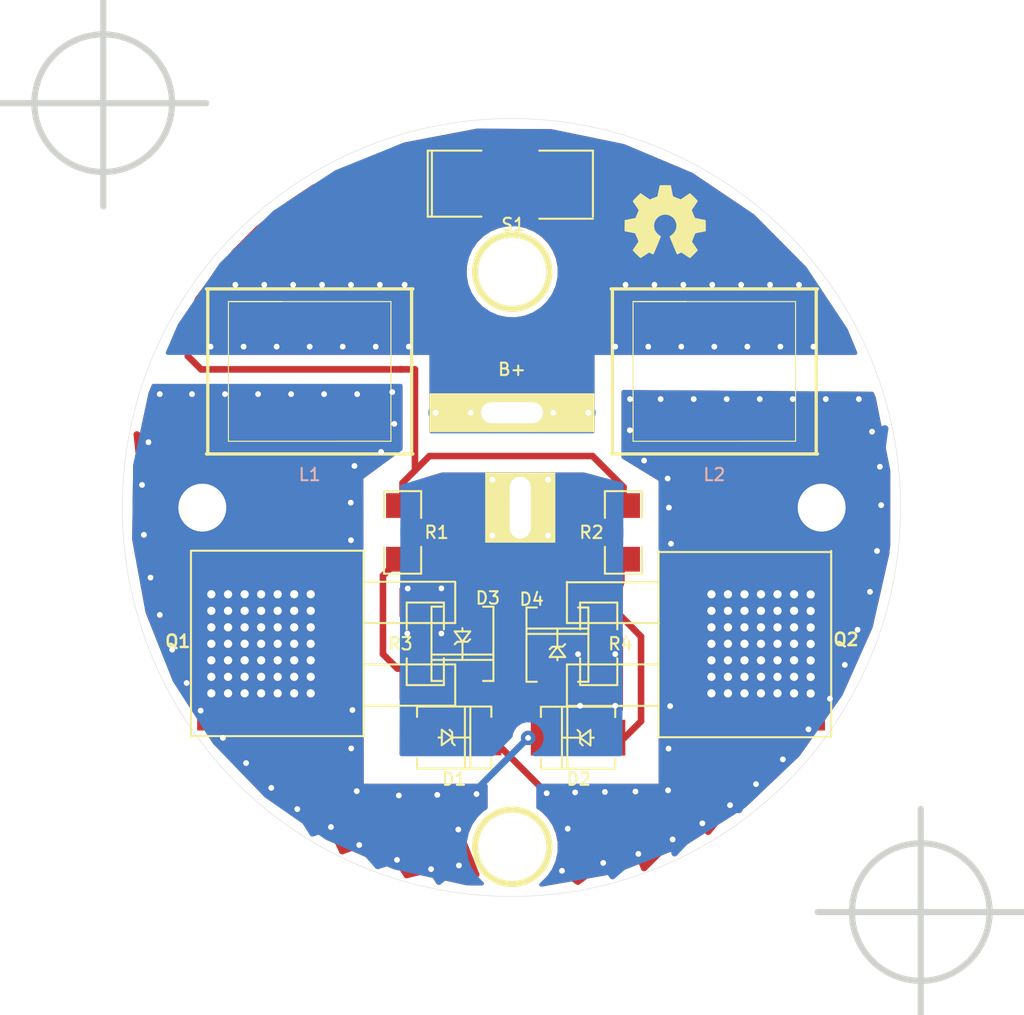
<source format=kicad_pcb>
(kicad_pcb (version 3) (host pcbnew "(22-Jun-2014 BZR 4027)-stable")

  (general
    (links 131)
    (no_connects 0)
    (area 34.29 16.764 97.282 79.248)
    (thickness 1.6002)
    (drawings 3)
    (tracks 371)
    (zones 0)
    (modules 28)
    (nets 8)
  )

  (page A4)
  (title_block 
    (title "SMT-ZVS Driver")
    (rev 9J)
  )

  (layers
    (15 Front signal)
    (0 Back signal)
    (16 B.Adhes user hide)
    (17 F.Adhes user hide)
    (18 B.Paste user hide)
    (19 F.Paste user hide)
    (20 B.SilkS user)
    (21 F.SilkS user)
    (22 B.Mask user)
    (23 F.Mask user)
    (24 Dwgs.User user)
    (25 Cmts.User user hide)
    (26 Eco1.User user hide)
    (27 Eco2.User user hide)
    (28 Edge.Cuts user)
  )

  (setup
    (last_trace_width 0.4064)
    (user_trace_width 0.6096)
    (user_trace_width 0.8128)
    (user_trace_width 1.2192)
    (trace_clearance 0.3302)
    (zone_clearance 0.508)
    (zone_45_only yes)
    (trace_min 0.3302)
    (segment_width 0.254)
    (edge_width 0.254)
    (via_size 0.889)
    (via_drill 0.3556)
    (via_min_size 0.889)
    (via_min_drill 0.3556)
    (uvia_size 0.508)
    (uvia_drill 0.127)
    (uvias_allowed no)
    (uvia_min_size 0.508)
    (uvia_min_drill 0.127)
    (pcb_text_width 0.3048)
    (pcb_text_size 1.524 2.032)
    (mod_edge_width 0.127)
    (mod_text_size 1.524 1.524)
    (mod_text_width 0.3048)
    (pad_size 0.889 0.889)
    (pad_drill 0.3556)
    (pad_to_mask_clearance 0.254)
    (aux_axis_origin 0 0)
    (visible_elements 7FFFFFFF)
    (pcbplotparams
      (layerselection 283148289)
      (usegerberextensions true)
      (excludeedgelayer true)
      (linewidth 0.150000)
      (plotframeref false)
      (viasonmask false)
      (mode 1)
      (useauxorigin false)
      (hpglpennumber 1)
      (hpglpenspeed 20)
      (hpglpendiameter 15)
      (hpglpenoverlay 0)
      (psnegative false)
      (psa4output false)
      (plotreference true)
      (plotvalue false)
      (plotothertext false)
      (plotinvisibletext false)
      (padsonsilk false)
      (subtractmaskfromsilk true)
      (outputformat 1)
      (mirror false)
      (drillshape 0)
      (scaleselection 1)
      (outputdirectory /home/user/kicad/IH-10/))
  )

  (net 0 "")
  (net 1 +BATT)
  (net 2 GND)
  (net 3 N-000002)
  (net 4 N-000004)
  (net 5 N-000005)
  (net 6 N-000006)
  (net 7 N-000007)

  (net_class Default "This is the default net class."
    (clearance 0.3302)
    (trace_width 0.4064)
    (via_dia 0.889)
    (via_drill 0.3556)
    (uvia_dia 0.508)
    (uvia_drill 0.127)
    (add_net "")
    (add_net +BATT)
    (add_net GND)
    (add_net N-000002)
    (add_net N-000004)
    (add_net N-000005)
    (add_net N-000006)
    (add_net N-000007)
  )

  (module DPAKGDS-TVSM-Q2 (layer Front) (tedit 55EAC888) (tstamp 55EA0326)
    (at 71.0692 56.388 270)
    (tags "CMS DPACK")
    (path /52DDB130)
    (zone_connect 2)
    (fp_text reference Q2 (at -0.2667 -15.2654 360) (layer F.SilkS)
      (effects (font (size 0.762 0.762) (thickness 0.1524)))
    )
    (fp_text value MOSFET_N (at 0 -2.57 270) (layer F.SilkS) hide
      (effects (font (size 1.27 1.27) (thickness 0.1524)))
    )
    (fp_line (start 3.82 1.9) (end 3.82 -3.72) (layer F.SilkS) (width 0.127))
    (fp_line (start 1.27 1.9) (end 1.27 -3.7) (layer F.SilkS) (width 0.127))
    (fp_line (start -1.28 1.89) (end -1.28 -3.75) (layer F.SilkS) (width 0.127))
    (fp_line (start -3.79 1.89) (end -3.79 -3.72) (layer F.SilkS) (width 0.127))
    (fp_line (start 5.75 -3.73) (end 5.75 -14.33) (layer F.SilkS) (width 0.127))
    (fp_line (start -5.65 -3.73) (end -5.65 -14.33) (layer F.SilkS) (width 0.127))
    (fp_line (start 5.715 -3.733) (end -5.715 -3.733) (layer F.SilkS) (width 0.127))
    (fp_line (start -5.715 -14.351) (end 5.715 -14.351) (layer F.SilkS) (width 0.127))
    (fp_line (start -1.27 1.905) (end -3.81 1.905) (layer F.SilkS) (width 0.127))
    (fp_line (start 3.81 1.905) (end 1.27 1.905) (layer F.SilkS) (width 0.127))
    (pad D thru_hole circle (at 3.058 -13.089 270) (size 0.762 0.762) (drill 0.508)
      (layers *.Cu B.Mask)
      (net 7 N-000007)
      (solder_mask_margin 0.0254)
      (zone_connect 2)
    )
    (pad D thru_hole circle (at 0.01 -13.089 270) (size 0.762 0.762) (drill 0.508)
      (layers *.Cu B.Mask)
      (net 7 N-000007)
      (solder_mask_margin 0.0254)
      (zone_connect 2)
    )
    (pad D thru_hole circle (at 1.026 -13.089 270) (size 0.762 0.762) (drill 0.508)
      (layers *.Cu B.Mask)
      (net 7 N-000007)
      (solder_mask_margin 0.0254)
      (zone_connect 2)
    )
    (pad D thru_hole circle (at 2.042 -13.089 270) (size 0.762 0.762) (drill 0.508)
      (layers *.Cu B.Mask)
      (net 7 N-000007)
      (solder_mask_margin 0.0254)
      (zone_connect 2)
    )
    (pad D thru_hole circle (at -1.006 -13.089 270) (size 0.762 0.762) (drill 0.508)
      (layers *.Cu B.Mask)
      (net 7 N-000007)
      (solder_mask_margin 0.0254)
      (zone_connect 2)
    )
    (pad D thru_hole circle (at -2.022 -13.089 270) (size 0.762 0.762) (drill 0.508)
      (layers *.Cu B.Mask)
      (net 7 N-000007)
      (solder_mask_margin 0.0254)
      (zone_connect 2)
    )
    (pad D thru_hole circle (at -3.038 -13.089 270) (size 0.762 0.762) (drill 0.508)
      (layers *.Cu B.Mask)
      (net 7 N-000007)
      (solder_mask_margin 0.0254)
      (zone_connect 2)
    )
    (pad D thru_hole circle (at -3.048 -12.069 270) (size 0.762 0.762) (drill 0.508)
      (layers *.Cu B.Mask)
      (net 7 N-000007)
      (solder_mask_margin 0.0254)
      (zone_connect 2)
    )
    (pad D thru_hole circle (at -2.032 -12.069 270) (size 0.762 0.762) (drill 0.508)
      (layers *.Cu B.Mask)
      (net 7 N-000007)
      (solder_mask_margin 0.0254)
      (zone_connect 2)
    )
    (pad D thru_hole circle (at -1.016 -12.069 270) (size 0.762 0.762) (drill 0.508)
      (layers *.Cu B.Mask)
      (net 7 N-000007)
      (solder_mask_margin 0.0254)
      (zone_connect 2)
    )
    (pad D thru_hole circle (at 2.032 -12.069 270) (size 0.762 0.762) (drill 0.508)
      (layers *.Cu B.Mask)
      (net 7 N-000007)
      (solder_mask_margin 0.0254)
      (zone_connect 2)
    )
    (pad D thru_hole circle (at 1.016 -12.069 270) (size 0.762 0.762) (drill 0.508)
      (layers *.Cu B.Mask)
      (net 7 N-000007)
      (solder_mask_margin 0.0254)
      (zone_connect 2)
    )
    (pad D thru_hole circle (at 0 -12.069 270) (size 0.762 0.762) (drill 0.508)
      (layers *.Cu B.Mask)
      (net 7 N-000007)
      (solder_mask_margin 0.0254)
      (zone_connect 2)
    )
    (pad D thru_hole circle (at 3.048 -12.069 270) (size 0.762 0.762) (drill 0.508)
      (layers *.Cu B.Mask)
      (net 7 N-000007)
      (solder_mask_margin 0.0254)
      (zone_connect 2)
    )
    (pad D thru_hole circle (at 3.048 -6.985 270) (size 0.762 0.762) (drill 0.508)
      (layers *.Cu B.Mask)
      (net 7 N-000007)
      (solder_mask_margin 0.0254)
      (zone_connect 2)
    )
    (pad D thru_hole circle (at 3.048 -11.049 270) (size 0.762 0.762) (drill 0.508)
      (layers *.Cu B.Mask)
      (net 7 N-000007)
      (solder_mask_margin 0.0254)
      (zone_connect 2)
    )
    (pad D thru_hole circle (at 3.048 -8.001 270) (size 0.762 0.762) (drill 0.508)
      (layers *.Cu B.Mask)
      (net 7 N-000007)
      (solder_mask_margin 0.0254)
      (zone_connect 2)
    )
    (pad D thru_hole circle (at 3.048 -10.033 270) (size 0.762 0.762) (drill 0.508)
      (layers *.Cu B.Mask)
      (net 7 N-000007)
      (solder_mask_margin 0.0254)
      (zone_connect 2)
    )
    (pad D thru_hole circle (at 3.048 -9.017 270) (size 0.762 0.762) (drill 0.508)
      (layers *.Cu B.Mask)
      (net 7 N-000007)
      (solder_mask_margin 0.0254)
      (zone_connect 2)
    )
    (pad D thru_hole circle (at 0 -6.985 270) (size 0.762 0.762) (drill 0.508)
      (layers *.Cu B.Mask)
      (net 7 N-000007)
      (solder_mask_margin 0.0254)
      (zone_connect 2)
    )
    (pad D thru_hole circle (at 0 -11.049 270) (size 0.762 0.762) (drill 0.508)
      (layers *.Cu B.Mask)
      (net 7 N-000007)
      (solder_mask_margin 0.0254)
      (zone_connect 2)
    )
    (pad D thru_hole circle (at 0 -8.001 270) (size 0.762 0.762) (drill 0.508)
      (layers *.Cu B.Mask)
      (net 7 N-000007)
      (solder_mask_margin 0.0254)
      (zone_connect 2)
    )
    (pad D thru_hole circle (at 0 -10.033 270) (size 0.762 0.762) (drill 0.508)
      (layers *.Cu B.Mask)
      (net 7 N-000007)
      (solder_mask_margin 0.0254)
      (zone_connect 2)
    )
    (pad D thru_hole circle (at 0 -9.017 270) (size 0.762 0.762) (drill 0.508)
      (layers *.Cu B.Mask)
      (net 7 N-000007)
      (solder_mask_margin 0.0254)
      (zone_connect 2)
    )
    (pad D thru_hole circle (at 1.016 -9.017 270) (size 0.762 0.762) (drill 0.508)
      (layers *.Cu B.Mask)
      (net 7 N-000007)
      (solder_mask_margin 0.0254)
      (zone_connect 2)
    )
    (pad D thru_hole circle (at 1.016 -10.033 270) (size 0.762 0.762) (drill 0.508)
      (layers *.Cu B.Mask)
      (net 7 N-000007)
      (solder_mask_margin 0.0254)
      (zone_connect 2)
    )
    (pad D thru_hole circle (at 1.016 -8.001 270) (size 0.762 0.762) (drill 0.508)
      (layers *.Cu B.Mask)
      (net 7 N-000007)
      (solder_mask_margin 0.0254)
      (zone_connect 2)
    )
    (pad D thru_hole circle (at 1.016 -11.049 270) (size 0.762 0.762) (drill 0.508)
      (layers *.Cu B.Mask)
      (net 7 N-000007)
      (solder_mask_margin 0.0254)
      (zone_connect 2)
    )
    (pad D thru_hole circle (at 1.016 -6.985 270) (size 0.762 0.762) (drill 0.508)
      (layers *.Cu B.Mask)
      (net 7 N-000007)
      (solder_mask_margin 0.0254)
      (zone_connect 2)
    )
    (pad D thru_hole circle (at 2.032 -9.017 270) (size 0.762 0.762) (drill 0.508)
      (layers *.Cu B.Mask)
      (net 7 N-000007)
      (solder_mask_margin 0.0254)
      (zone_connect 2)
    )
    (pad D thru_hole circle (at 2.032 -10.033 270) (size 0.762 0.762) (drill 0.508)
      (layers *.Cu B.Mask)
      (net 7 N-000007)
      (solder_mask_margin 0.0254)
      (zone_connect 2)
    )
    (pad D thru_hole circle (at 2.032 -8.001 270) (size 0.762 0.762) (drill 0.508)
      (layers *.Cu B.Mask)
      (net 7 N-000007)
      (solder_mask_margin 0.0254)
      (zone_connect 2)
    )
    (pad D thru_hole circle (at 2.032 -11.049 270) (size 0.762 0.762) (drill 0.508)
      (layers *.Cu B.Mask)
      (net 7 N-000007)
      (solder_mask_margin 0.0254)
      (zone_connect 2)
    )
    (pad D thru_hole circle (at 2.032 -6.985 270) (size 0.762 0.762) (drill 0.508)
      (layers *.Cu B.Mask)
      (net 7 N-000007)
      (solder_mask_margin 0.0254)
      (zone_connect 2)
    )
    (pad D thru_hole circle (at -1.016 -6.985 270) (size 0.762 0.762) (drill 0.508)
      (layers *.Cu B.Mask)
      (net 7 N-000007)
      (solder_mask_margin 0.0254)
      (zone_connect 2)
    )
    (pad D thru_hole circle (at -1.016 -11.049 270) (size 0.762 0.762) (drill 0.508)
      (layers *.Cu B.Mask)
      (net 7 N-000007)
      (solder_mask_margin 0.0254)
      (zone_connect 2)
    )
    (pad D thru_hole circle (at -1.016 -8.001 270) (size 0.762 0.762) (drill 0.508)
      (layers *.Cu B.Mask)
      (net 7 N-000007)
      (solder_mask_margin 0.0254)
      (zone_connect 2)
    )
    (pad D thru_hole circle (at -1.016 -10.033 270) (size 0.762 0.762) (drill 0.508)
      (layers *.Cu B.Mask)
      (net 7 N-000007)
      (solder_mask_margin 0.0254)
      (zone_connect 2)
    )
    (pad D thru_hole circle (at -1.016 -9.017 270) (size 0.762 0.762) (drill 0.508)
      (layers *.Cu B.Mask)
      (net 7 N-000007)
      (solder_mask_margin 0.0254)
      (zone_connect 2)
    )
    (pad D thru_hole circle (at -2.032 -6.985 270) (size 0.762 0.762) (drill 0.508)
      (layers *.Cu B.Mask)
      (net 7 N-000007)
      (solder_mask_margin 0.0254)
      (zone_connect 2)
    )
    (pad D thru_hole circle (at -2.032 -11.049 270) (size 0.762 0.762) (drill 0.508)
      (layers *.Cu B.Mask)
      (net 7 N-000007)
      (solder_mask_margin 0.0254)
      (zone_connect 2)
    )
    (pad D thru_hole circle (at -2.032 -8.001 270) (size 0.762 0.762) (drill 0.508)
      (layers *.Cu B.Mask)
      (net 7 N-000007)
      (solder_mask_margin 0.0254)
      (zone_connect 2)
    )
    (pad D thru_hole circle (at -2.032 -10.033 270) (size 0.762 0.762) (drill 0.508)
      (layers *.Cu B.Mask)
      (net 7 N-000007)
      (solder_mask_margin 0.0254)
      (zone_connect 2)
    )
    (pad D thru_hole circle (at -2.032 -9.017 270) (size 0.762 0.762) (drill 0.508)
      (layers *.Cu B.Mask)
      (net 7 N-000007)
      (solder_mask_margin 0.0254)
      (zone_connect 2)
    )
    (pad D thru_hole circle (at -3.048 -9.017 270) (size 0.762 0.762) (drill 0.508)
      (layers *.Cu B.Mask)
      (net 7 N-000007)
      (solder_mask_margin 0.0254)
      (zone_connect 2)
    )
    (pad D thru_hole circle (at -3.048 -10.033 270) (size 0.762 0.762) (drill 0.508)
      (layers *.Cu B.Mask)
      (net 7 N-000007)
      (solder_mask_margin 0.0254)
      (zone_connect 2)
    )
    (pad D smd rect (at 0 -9.525 270) (size 10.668 8.89)
      (layers Front F.Paste F.Mask)
      (net 7 N-000007)
      (zone_connect 2)
    )
    (pad G smd rect (at -2.54 0 270) (size 1.778 3.048)
      (layers Front F.Paste F.Mask)
      (net 3 N-000002)
      (zone_connect 2)
    )
    (pad S smd rect (at 2.54 0 270) (size 1.778 3.048)
      (layers Front F.Paste F.Mask)
      (net 2 GND)
      (zone_connect 2)
    )
    (pad D thru_hole circle (at -3.048 -8.001 270) (size 0.762 0.762) (drill 0.508)
      (layers *.Cu B.Mask)
      (net 7 N-000007)
      (solder_mask_margin 0.0254)
      (zone_connect 2)
    )
    (pad D thru_hole circle (at -3.048 -11.049 270) (size 0.762 0.762) (drill 0.508)
      (layers *.Cu B.Mask)
      (net 7 N-000007)
      (solder_mask_margin 0.0254)
      (zone_connect 2)
    )
    (pad D thru_hole circle (at -3.048 -6.985 270) (size 0.762 0.762) (drill 0.508)
      (layers *.Cu B.Mask)
      (net 7 N-000007)
      (solder_mask_margin 0.0254)
      (zone_connect 2)
    )
    (model smd/dpack_3.wrl
      (at (xyz 0 0.04 0))
      (scale (xyz 1 1 1))
      (rotate (xyz 0 0 0))
    )
  )

  (module DPAKGDS-TVSM-Q1 (layer Front) (tedit 55EAC8AF) (tstamp 55EA062D)
    (at 60.3885 56.388 90)
    (tags "CMS DPACK")
    (path /52DDB130)
    (zone_connect 2)
    (fp_text reference Q1 (at 0.1524 -15.1638 180) (layer F.SilkS)
      (effects (font (size 0.762 0.762) (thickness 0.1524)))
    )
    (fp_text value MOSFET_N (at 0.01 -2.55 90) (layer F.SilkS) hide
      (effects (font (size 1.27 1.27) (thickness 0.1524)))
    )
    (fp_line (start 5.73 -3.73) (end 5.73 -14.35) (layer F.SilkS) (width 0.127))
    (fp_line (start -5.68 -3.73) (end -5.68 -14.33) (layer F.SilkS) (width 0.127))
    (fp_line (start 3.82 1.89) (end 3.82 -3.71) (layer F.SilkS) (width 0.127))
    (fp_line (start 1.28 1.9) (end 1.28 -3.72) (layer F.SilkS) (width 0.127))
    (fp_line (start -1.27 1.89) (end -1.27 -3.72) (layer F.SilkS) (width 0.127))
    (fp_line (start -3.81 1.89) (end -3.81 -3.72) (layer F.SilkS) (width 0.127))
    (fp_line (start 5.725 -3.733) (end -5.705 -3.733) (layer F.SilkS) (width 0.127))
    (fp_line (start -5.715 -14.351) (end 5.715 -14.351) (layer F.SilkS) (width 0.127))
    (fp_line (start -1.27 1.905) (end -3.81 1.905) (layer F.SilkS) (width 0.127))
    (fp_line (start 3.81 1.905) (end 1.27 1.905) (layer F.SilkS) (width 0.127))
    (pad D thru_hole circle (at 3.048 -13.099 90) (size 0.762 0.762) (drill 0.508)
      (layers *.Cu B.Mask)
      (net 6 N-000006)
      (solder_mask_margin 0.0254)
      (zone_connect 2)
    )
    (pad D thru_hole circle (at 0 -13.099 90) (size 0.762 0.762) (drill 0.508)
      (layers *.Cu B.Mask)
      (net 6 N-000006)
      (solder_mask_margin 0.0254)
      (zone_connect 2)
    )
    (pad D thru_hole circle (at 1.016 -13.099 90) (size 0.762 0.762) (drill 0.508)
      (layers *.Cu B.Mask)
      (net 6 N-000006)
      (solder_mask_margin 0.0254)
      (zone_connect 2)
    )
    (pad D thru_hole circle (at 2.032 -13.099 90) (size 0.762 0.762) (drill 0.508)
      (layers *.Cu B.Mask)
      (net 6 N-000006)
      (solder_mask_margin 0.0254)
      (zone_connect 2)
    )
    (pad D thru_hole circle (at -1.016 -13.099 90) (size 0.762 0.762) (drill 0.508)
      (layers *.Cu B.Mask)
      (net 6 N-000006)
      (solder_mask_margin 0.0254)
      (zone_connect 2)
    )
    (pad D thru_hole circle (at -2.032 -13.099 90) (size 0.762 0.762) (drill 0.508)
      (layers *.Cu B.Mask)
      (net 6 N-000006)
      (solder_mask_margin 0.0254)
      (zone_connect 2)
    )
    (pad D thru_hole circle (at -3.048 -13.099 90) (size 0.762 0.762) (drill 0.508)
      (layers *.Cu B.Mask)
      (net 6 N-000006)
      (solder_mask_margin 0.0254)
      (zone_connect 2)
    )
    (pad D thru_hole circle (at -3.048 -12.069 90) (size 0.762 0.762) (drill 0.508)
      (layers *.Cu B.Mask)
      (net 6 N-000006)
      (solder_mask_margin 0.0254)
      (zone_connect 2)
    )
    (pad D thru_hole circle (at -2.032 -12.069 90) (size 0.762 0.762) (drill 0.508)
      (layers *.Cu B.Mask)
      (net 6 N-000006)
      (solder_mask_margin 0.0254)
      (zone_connect 2)
    )
    (pad D thru_hole circle (at -1.016 -12.069 90) (size 0.762 0.762) (drill 0.508)
      (layers *.Cu B.Mask)
      (net 6 N-000006)
      (solder_mask_margin 0.0254)
      (zone_connect 2)
    )
    (pad D thru_hole circle (at 2.032 -12.069 90) (size 0.762 0.762) (drill 0.508)
      (layers *.Cu B.Mask)
      (net 6 N-000006)
      (solder_mask_margin 0.0254)
      (zone_connect 2)
    )
    (pad D thru_hole circle (at 1.016 -12.069 90) (size 0.762 0.762) (drill 0.508)
      (layers *.Cu B.Mask)
      (net 6 N-000006)
      (solder_mask_margin 0.0254)
      (zone_connect 2)
    )
    (pad D thru_hole circle (at 0 -12.069 90) (size 0.762 0.762) (drill 0.508)
      (layers *.Cu B.Mask)
      (net 6 N-000006)
      (solder_mask_margin 0.0254)
      (zone_connect 2)
    )
    (pad D thru_hole circle (at 3.048 -12.069 90) (size 0.762 0.762) (drill 0.508)
      (layers *.Cu B.Mask)
      (net 6 N-000006)
      (solder_mask_margin 0.0254)
      (zone_connect 2)
    )
    (pad D thru_hole circle (at 3.048 -6.985 90) (size 0.762 0.762) (drill 0.508)
      (layers *.Cu B.Mask)
      (net 6 N-000006)
      (solder_mask_margin 0.0254)
      (zone_connect 2)
    )
    (pad D thru_hole circle (at 3.048 -11.049 90) (size 0.762 0.762) (drill 0.508)
      (layers *.Cu B.Mask)
      (net 6 N-000006)
      (solder_mask_margin 0.0254)
      (zone_connect 2)
    )
    (pad D thru_hole circle (at 3.048 -8.001 90) (size 0.762 0.762) (drill 0.508)
      (layers *.Cu B.Mask)
      (net 6 N-000006)
      (solder_mask_margin 0.0254)
      (zone_connect 2)
    )
    (pad D thru_hole circle (at 3.048 -10.033 90) (size 0.762 0.762) (drill 0.508)
      (layers *.Cu B.Mask)
      (net 6 N-000006)
      (solder_mask_margin 0.0254)
      (zone_connect 2)
    )
    (pad D thru_hole circle (at 3.048 -9.017 90) (size 0.762 0.762) (drill 0.508)
      (layers *.Cu B.Mask)
      (net 6 N-000006)
      (solder_mask_margin 0.0254)
      (zone_connect 2)
    )
    (pad D thru_hole circle (at 0 -6.985 90) (size 0.762 0.762) (drill 0.508)
      (layers *.Cu B.Mask)
      (net 6 N-000006)
      (solder_mask_margin 0.0254)
      (zone_connect 2)
    )
    (pad D thru_hole circle (at 0 -11.049 90) (size 0.762 0.762) (drill 0.508)
      (layers *.Cu B.Mask)
      (net 6 N-000006)
      (solder_mask_margin 0.0254)
      (zone_connect 2)
    )
    (pad D thru_hole circle (at 0 -8.001 90) (size 0.762 0.762) (drill 0.508)
      (layers *.Cu B.Mask)
      (net 6 N-000006)
      (solder_mask_margin 0.0254)
      (zone_connect 2)
    )
    (pad D thru_hole circle (at 0 -10.033 90) (size 0.762 0.762) (drill 0.508)
      (layers *.Cu B.Mask)
      (net 6 N-000006)
      (solder_mask_margin 0.0254)
      (zone_connect 2)
    )
    (pad D thru_hole circle (at 0 -9.017 90) (size 0.762 0.762) (drill 0.508)
      (layers *.Cu B.Mask)
      (net 6 N-000006)
      (solder_mask_margin 0.0254)
      (zone_connect 2)
    )
    (pad D thru_hole circle (at 1.016 -9.017 90) (size 0.762 0.762) (drill 0.508)
      (layers *.Cu B.Mask)
      (net 6 N-000006)
      (solder_mask_margin 0.0254)
      (zone_connect 2)
    )
    (pad D thru_hole circle (at 1.016 -10.033 90) (size 0.762 0.762) (drill 0.508)
      (layers *.Cu B.Mask)
      (net 6 N-000006)
      (solder_mask_margin 0.0254)
      (zone_connect 2)
    )
    (pad D thru_hole circle (at 1.016 -8.001 90) (size 0.762 0.762) (drill 0.508)
      (layers *.Cu B.Mask)
      (net 6 N-000006)
      (solder_mask_margin 0.0254)
      (zone_connect 2)
    )
    (pad D thru_hole circle (at 1.016 -11.049 90) (size 0.762 0.762) (drill 0.508)
      (layers *.Cu B.Mask)
      (net 6 N-000006)
      (solder_mask_margin 0.0254)
      (zone_connect 2)
    )
    (pad D thru_hole circle (at 1.016 -6.985 90) (size 0.762 0.762) (drill 0.508)
      (layers *.Cu B.Mask)
      (net 6 N-000006)
      (solder_mask_margin 0.0254)
      (zone_connect 2)
    )
    (pad D thru_hole circle (at 2.032 -9.017 90) (size 0.762 0.762) (drill 0.508)
      (layers *.Cu B.Mask)
      (net 6 N-000006)
      (solder_mask_margin 0.0254)
      (zone_connect 2)
    )
    (pad D thru_hole circle (at 2.032 -10.033 90) (size 0.762 0.762) (drill 0.508)
      (layers *.Cu B.Mask)
      (net 6 N-000006)
      (solder_mask_margin 0.0254)
      (zone_connect 2)
    )
    (pad D thru_hole circle (at 2.032 -8.001 90) (size 0.762 0.762) (drill 0.508)
      (layers *.Cu B.Mask)
      (net 6 N-000006)
      (solder_mask_margin 0.0254)
      (zone_connect 2)
    )
    (pad D thru_hole circle (at 2.032 -11.049 90) (size 0.762 0.762) (drill 0.508)
      (layers *.Cu B.Mask)
      (net 6 N-000006)
      (solder_mask_margin 0.0254)
      (zone_connect 2)
    )
    (pad D thru_hole circle (at 2.032 -6.985 90) (size 0.762 0.762) (drill 0.508)
      (layers *.Cu B.Mask)
      (net 6 N-000006)
      (solder_mask_margin 0.0254)
      (zone_connect 2)
    )
    (pad D thru_hole circle (at -1.016 -6.985 90) (size 0.762 0.762) (drill 0.508)
      (layers *.Cu B.Mask)
      (net 6 N-000006)
      (solder_mask_margin 0.0254)
      (zone_connect 2)
    )
    (pad D thru_hole circle (at -1.016 -11.049 90) (size 0.762 0.762) (drill 0.508)
      (layers *.Cu B.Mask)
      (net 6 N-000006)
      (solder_mask_margin 0.0254)
      (zone_connect 2)
    )
    (pad D thru_hole circle (at -1.016 -8.001 90) (size 0.762 0.762) (drill 0.508)
      (layers *.Cu B.Mask)
      (net 6 N-000006)
      (solder_mask_margin 0.0254)
      (zone_connect 2)
    )
    (pad D thru_hole circle (at -1.016 -10.033 90) (size 0.762 0.762) (drill 0.508)
      (layers *.Cu B.Mask)
      (net 6 N-000006)
      (solder_mask_margin 0.0254)
      (zone_connect 2)
    )
    (pad D thru_hole circle (at -1.016 -9.017 90) (size 0.762 0.762) (drill 0.508)
      (layers *.Cu B.Mask)
      (net 6 N-000006)
      (solder_mask_margin 0.0254)
      (zone_connect 2)
    )
    (pad D thru_hole circle (at -2.032 -6.985 90) (size 0.762 0.762) (drill 0.508)
      (layers *.Cu B.Mask)
      (net 6 N-000006)
      (solder_mask_margin 0.0254)
      (zone_connect 2)
    )
    (pad D thru_hole circle (at -2.032 -11.049 90) (size 0.762 0.762) (drill 0.508)
      (layers *.Cu B.Mask)
      (net 6 N-000006)
      (solder_mask_margin 0.0254)
      (zone_connect 2)
    )
    (pad D thru_hole circle (at -2.032 -8.001 90) (size 0.762 0.762) (drill 0.508)
      (layers *.Cu B.Mask)
      (net 6 N-000006)
      (solder_mask_margin 0.0254)
      (zone_connect 2)
    )
    (pad D thru_hole circle (at -2.032 -10.033 90) (size 0.762 0.762) (drill 0.508)
      (layers *.Cu B.Mask)
      (net 6 N-000006)
      (solder_mask_margin 0.0254)
      (zone_connect 2)
    )
    (pad D thru_hole circle (at -2.032 -9.017 90) (size 0.762 0.762) (drill 0.508)
      (layers *.Cu B.Mask)
      (net 6 N-000006)
      (solder_mask_margin 0.0254)
      (zone_connect 2)
    )
    (pad D thru_hole circle (at -3.048 -9.017 90) (size 0.762 0.762) (drill 0.508)
      (layers *.Cu B.Mask)
      (net 6 N-000006)
      (solder_mask_margin 0.0254)
      (zone_connect 2)
    )
    (pad D thru_hole circle (at -3.048 -10.033 90) (size 0.762 0.762) (drill 0.508)
      (layers *.Cu B.Mask)
      (net 6 N-000006)
      (solder_mask_margin 0.0254)
      (zone_connect 2)
    )
    (pad D smd rect (at 0 -9.525 90) (size 10.668 8.89)
      (layers Front F.Paste F.Mask)
      (net 6 N-000006)
      (zone_connect 2)
    )
    (pad G smd rect (at -2.54 0 90) (size 1.778 3.048)
      (layers Front F.Paste F.Mask)
      (net 4 N-000004)
      (zone_connect 2)
    )
    (pad S smd rect (at 2.54 0 90) (size 1.778 3.048)
      (layers Front F.Paste F.Mask)
      (net 2 GND)
      (zone_connect 2)
    )
    (pad D thru_hole circle (at -3.048 -8.001 90) (size 0.762 0.762) (drill 0.508)
      (layers *.Cu B.Mask)
      (net 6 N-000006)
      (solder_mask_margin 0.0254)
      (zone_connect 2)
    )
    (pad D thru_hole circle (at -3.048 -11.049 90) (size 0.762 0.762) (drill 0.508)
      (layers *.Cu B.Mask)
      (net 6 N-000006)
      (solder_mask_margin 0.0254)
      (zone_connect 2)
    )
    (pad D thru_hole circle (at -3.048 -6.985 90) (size 0.762 0.762) (drill 0.508)
      (layers *.Cu B.Mask)
      (net 6 N-000006)
      (solder_mask_margin 0.0254)
      (zone_connect 2)
    )
    (model smd/dpack_3.wrl
      (at (xyz 0 0.04 0))
      (scale (xyz 1 1 1))
      (rotate (xyz 0 0 0))
    )
  )

  (module 1pin (layer Front) (tedit 5595B402) (tstamp 55BCAF6A)
    (at 65.7987 33.4899)
    (descr "module 1 pin (ou trou mecanique de percage)")
    (tags DEV)
    (path 1pin)
    (clearance 1.27)
    (zone_connect 0)
    (fp_text reference mount (at 0 -3.048) (layer F.SilkS) hide
      (effects (font (size 1.016 1.016) (thickness 0.254)))
    )
    (fp_text value P*** (at 0 2.794) (layer F.SilkS) hide
      (effects (font (size 1.016 1.016) (thickness 0.254)))
    )
    (fp_circle (center 0 0) (end 0 -2.286) (layer F.SilkS) (width 0.381))
    (pad "" np_thru_hole circle (at 0 0) (size 3.048 3.048) (drill 3.048)
      (layers *.Cu *.Mask F.SilkS)
      (zone_connect 0)
    )
  )

  (module SM2112L (layer Front) (tedit 55B7CB13) (tstamp 555E883C)
    (at 65.6844 28.067)
    (attr smd)
    (fp_text reference S1 (at 0.1778 2.5146) (layer F.SilkS)
      (effects (font (size 0.762 0.762) (thickness 0.127)))
    )
    (fp_text value Val** (at -0.889 0 90) (layer F.SilkS) hide
      (effects (font (size 0.762 0.762) (thickness 0.1905)))
    )
    (fp_line (start -5.08 -2.032) (end -5.08 2.032) (layer F.SilkS) (width 0.127))
    (fp_line (start -4.826 -2.032) (end -4.826 2.032) (layer F.SilkS) (width 0.127))
    (fp_line (start -1.778 2.032) (end -5.08 2.032) (layer F.SilkS) (width 0.127))
    (fp_line (start -1.778 -2.032) (end -5.08 -2.032) (layer F.SilkS) (width 0.127))
    (fp_line (start 1.778 -2.032) (end 5.08 -2.032) (layer F.SilkS) (width 0.127))
    (fp_line (start 5.08 -2.032) (end 5.08 2.032) (layer F.SilkS) (width 0.127))
    (fp_line (start 5.08 2.159) (end 1.778 2.159) (layer F.SilkS) (width 0.127))
    (pad 2 smd rect (at 3.7084 0.0508) (size 2.032 3.302)
      (layers Front F.Paste F.Mask)
      (net 1 +BATT)
      (zone_connect 1)
      (thermal_width 1.016)
      (thermal_gap 0.508)
    )
    (pad 1 smd rect (at -3.4544 0) (size 2.032 3.302)
      (layers Front F.Paste F.Mask)
      (net 5 N-000005)
    )
    (model smd/chip_cms.wrl
      (at (xyz 0 0 0))
      (scale (xyz 0.3 0.4 0.4))
      (rotate (xyz 0 0 0))
    )
  )

  (module endcap   locked (layer Front) (tedit 5586DB5C) (tstamp 555C7DBF)
    (at 65.786 48.006)
    (fp_text reference endcap (at 0 0) (layer F.SilkS) hide
      (effects (font (size 1.5 1.5) (thickness 0.15)))
    )
    (fp_text value VAL** (at 0 0) (layer F.SilkS) hide
      (effects (font (size 1.5 1.5) (thickness 0.15)))
    )
    (pad "" thru_hole circle (at 19.05 0) (size 6.35 6.35) (drill 2.9464)
      (layers *.Cu *.Mask)
      (net 7 N-000007)
      (zone_connect 2)
    )
    (pad "" thru_hole circle (at -19.05 0) (size 6.35 6.35) (drill 2.9464)
      (layers *.Cu *.Mask)
      (net 6 N-000006)
      (zone_connect 2)
    )
  )

  (module inductor-coilcraft-xal1010-102 (layer Front) (tedit 55B95497) (tstamp 5524B50A)
    (at 53.34 39.624 270)
    (descr "SMD INDUCTOR")
    (tags "SMD INDUCTOR")
    (path /52DDAEDB)
    (attr smd)
    (fp_text reference L1 (at 6.35 0 360) (layer B.SilkS)
      (effects (font (size 0.762 0.762) (thickness 0.127)))
    )
    (fp_text value INDUCTOR (at -1.45796 3.86334 270) (layer B.SilkS) hide
      (effects (font (size 1.27 1.27) (thickness 0.0889)))
    )
    (fp_line (start -4.29768 4.99872) (end -4.29768 1.69926) (layer F.SilkS) (width 0.06604))
    (fp_line (start 4.29768 -1.69926) (end 4.29768 -4.99872) (layer F.SilkS) (width 0.06604))
    (fp_line (start -4.29768 4.99872) (end 4.29768 4.99872) (layer F.SilkS) (width 0.06604))
    (fp_line (start 4.29768 4.99872) (end 4.29768 -4.99872) (layer F.SilkS) (width 0.06604))
    (fp_line (start -4.29768 -4.99872) (end 4.29768 -4.99872) (layer F.SilkS) (width 0.06604))
    (fp_line (start -4.29768 4.99872) (end -4.29768 -4.99872) (layer F.SilkS) (width 0.06604))
    (fp_line (start -5.08 -6.35) (end -5.08 6.35) (layer F.SilkS) (width 0.2032))
    (fp_line (start 5.08 6.35) (end 5.08 -6.35) (layer F.SilkS) (width 0.2032))
    (fp_line (start 5.08 -6.26872) (end -5.08 -6.26872) (layer F.SilkS) (width 0.2032))
    (fp_line (start 5.08 6.26872) (end -5.08 6.26872) (layer F.SilkS) (width 0.2032))
    (pad 1 smd rect (at -3.3274 0 270) (size 2.3876 11.303)
      (layers Front F.Paste F.Mask)
      (net 1 +BATT)
    )
    (pad 2 smd rect (at 3.3274 0 270) (size 2.3876 11.303)
      (layers Front F.Paste F.Mask)
      (net 6 N-000006)
    )
  )

  (module via (layer Front) (tedit 55324D26) (tstamp 55324D07)
    (at 72.009 54.61)
    (descr "module 1 pin (ou trou mecanique de percage)")
    (tags DEV)
    (path 1pin)
    (zone_connect 2)
    (fp_text reference "" (at 0 2.54) (layer F.SilkS) hide
      (effects (font (size 1.016 1.016) (thickness 0.254)))
    )
    (fp_text value "" (at 0 2.794) (layer F.SilkS) hide
      (effects (font (size 1.016 1.016) (thickness 0.254)))
    )
  )

  (module via (layer Front) (tedit 55324D10) (tstamp 5520A6B3)
    (at 70.739 54.61)
    (descr "module 1 pin (ou trou mecanique de percage)")
    (tags DEV)
    (path 1pin)
    (zone_connect 2)
    (fp_text reference "" (at 0 2.54) (layer F.SilkS) hide
      (effects (font (size 1.016 1.016) (thickness 0.254)))
    )
    (fp_text value "" (at 0 2.794) (layer F.SilkS) hide
      (effects (font (size 1.016 1.016) (thickness 0.254)))
    )
  )

  (module via (layer Front) (tedit 55324CDF) (tstamp 5520A698)
    (at 72.009 55.626)
    (descr "module 1 pin (ou trou mecanique de percage)")
    (tags DEV)
    (path 1pin)
    (zone_connect 2)
    (fp_text reference "" (at 0 2.54) (layer F.SilkS) hide
      (effects (font (size 1.016 1.016) (thickness 0.254)))
    )
    (fp_text value "" (at 0 2.794) (layer F.SilkS) hide
      (effects (font (size 1.016 1.016) (thickness 0.254)))
    )
  )

  (module via (layer Front) (tedit 55324CD4) (tstamp 5520A6A1)
    (at 70.739 55.626)
    (descr "module 1 pin (ou trou mecanique de percage)")
    (tags DEV)
    (path 1pin)
    (zone_connect 2)
    (fp_text reference "" (at 0 2.54) (layer F.SilkS) hide
      (effects (font (size 1.016 1.016) (thickness 0.254)))
    )
    (fp_text value "" (at 0 2.794) (layer F.SilkS) hide
      (effects (font (size 1.016 1.016) (thickness 0.254)))
    )
  )

  (module via (layer Front) (tedit 55324CAC) (tstamp 5520A6E7)
    (at 60.96 52.07)
    (descr "module 1 pin (ou trou mecanique de percage)")
    (tags DEV)
    (path 1pin)
    (zone_connect 2)
    (fp_text reference "" (at 0 2.54) (layer F.SilkS) hide
      (effects (font (size 1.016 1.016) (thickness 0.254)))
    )
    (fp_text value "" (at 0 2.794) (layer F.SilkS) hide
      (effects (font (size 1.016 1.016) (thickness 0.254)))
    )
  )

  (module via (layer Front) (tedit 55324CBB) (tstamp 551F435C)
    (at 62.23 52.07)
    (descr "module 1 pin (ou trou mecanique de percage)")
    (tags DEV)
    (path 1pin)
    (zone_connect 2)
    (fp_text reference "" (at 0 2.54) (layer F.SilkS) hide
      (effects (font (size 1.016 1.016) (thickness 0.254)))
    )
    (fp_text value "" (at 0 2.794) (layer F.SilkS) hide
      (effects (font (size 1.016 1.016) (thickness 0.254)))
    )
  )

  (module via (layer Front) (tedit 55324CC1) (tstamp 551F4353)
    (at 62.23 53.086)
    (descr "module 1 pin (ou trou mecanique de percage)")
    (tags DEV)
    (path 1pin)
    (zone_connect 2)
    (fp_text reference "" (at 0 2.54) (layer F.SilkS) hide
      (effects (font (size 1.016 1.016) (thickness 0.254)))
    )
    (fp_text value "" (at 0 2.794) (layer F.SilkS) hide
      (effects (font (size 1.016 1.016) (thickness 0.254)))
    )
  )

  (module DO214 (layer Front) (tedit 55B94DB6) (tstamp 52E43FF0)
    (at 62.738 56.388 270)
    (descr "DO214AC PACKAGE. MONODIRECTIONAL.")
    (tags "DO214AC PACKAGE. MONODIRECTIONAL.")
    (path /52DDB1BE)
    (attr smd)
    (fp_text reference D3 (at -2.8194 -1.5621 360) (layer F.SilkS)
      (effects (font (size 0.762 0.762) (thickness 0.127)))
    )
    (fp_text value ZENER (at 0.254 2.921 270) (layer F.SilkS) hide
      (effects (font (size 1.27 1.27) (thickness 0.0889)))
    )
    (fp_line (start -0.762 0) (end -0.9652 0) (layer F.SilkS) (width 0.127))
    (fp_line (start -2.286 -1.905) (end 2.286 -1.905) (layer F.SilkS) (width 0.127))
    (fp_line (start 2.286 -1.905) (end 2.286 -1.27) (layer F.SilkS) (width 0.127))
    (fp_line (start 0.6604 1.905) (end 0.6604 -1.905) (layer F.SilkS) (width 0.127))
    (fp_line (start 0.9906 1.905) (end 0.9906 -1.905) (layer F.SilkS) (width 0.127))
    (fp_line (start -2.286 1.27) (end -2.286 1.905) (layer F.SilkS) (width 0.127))
    (fp_line (start -2.286 1.905) (end 2.286 1.905) (layer F.SilkS) (width 0.127))
    (fp_line (start 2.286 1.905) (end 2.286 1.27) (layer F.SilkS) (width 0.127))
    (fp_line (start -2.286 -1.27) (end -2.286 -1.905) (layer F.SilkS) (width 0.127))
    (fp_line (start -0.127 0) (end -0.762 -0.47498) (layer F.SilkS) (width 0.127))
    (fp_line (start -0.762 -0.47498) (end -0.762 0) (layer F.SilkS) (width 0.127))
    (fp_line (start -0.762 0) (end -0.762 0.47498) (layer F.SilkS) (width 0.127))
    (fp_line (start -0.762 0.47498) (end -0.127 0) (layer F.SilkS) (width 0.127))
    (fp_line (start -0.127 0) (end -0.127 -0.3175) (layer F.SilkS) (width 0.127))
    (fp_line (start -0.127 -0.3175) (end -0.28448 -0.47498) (layer F.SilkS) (width 0.127))
    (fp_line (start -0.127 0) (end -0.127 0.3175) (layer F.SilkS) (width 0.127))
    (fp_line (start -0.127 0.3175) (end 0.03048 0.47498) (layer F.SilkS) (width 0.127))
    (fp_line (start -0.127 0) (end 0.98298 0) (layer F.SilkS) (width 0.127))
    (pad 1 smd rect (at -2.0066 0 270) (size 1.80086 2.19964)
      (layers Front F.Paste F.Mask)
      (net 2 GND)
    )
    (pad 2 smd rect (at 2.0066 0 270) (size 1.80086 2.19964)
      (layers Front F.Paste F.Mask)
      (net 4 N-000004)
    )
    (model smd/do214.wrl
      (at (xyz 0 0 0))
      (scale (xyz 1 1 1))
      (rotate (xyz 0 0 0))
    )
  )

  (module DO214 (layer Front) (tedit 55B94DD8) (tstamp 5516D487)
    (at 68.58 56.4388 90)
    (descr "DO214AC PACKAGE. MONODIRECTIONAL.")
    (tags "DO214AC PACKAGE. MONODIRECTIONAL.")
    (path /52DDB1DC)
    (attr smd)
    (fp_text reference D4 (at 2.794 -1.5875 180) (layer F.SilkS)
      (effects (font (size 0.762 0.762) (thickness 0.127)))
    )
    (fp_text value ZENER (at 0.254 2.921 90) (layer F.SilkS) hide
      (effects (font (size 1.27 1.27) (thickness 0.0889)))
    )
    (fp_line (start -0.762 0) (end -0.9652 0) (layer F.SilkS) (width 0.127))
    (fp_line (start -2.286 -1.905) (end 2.286 -1.905) (layer F.SilkS) (width 0.127))
    (fp_line (start 2.286 -1.905) (end 2.286 -1.27) (layer F.SilkS) (width 0.127))
    (fp_line (start 0.6604 1.905) (end 0.6604 -1.905) (layer F.SilkS) (width 0.127))
    (fp_line (start 0.9906 1.905) (end 0.9906 -1.905) (layer F.SilkS) (width 0.127))
    (fp_line (start -2.286 1.27) (end -2.286 1.905) (layer F.SilkS) (width 0.127))
    (fp_line (start -2.286 1.905) (end 2.286 1.905) (layer F.SilkS) (width 0.127))
    (fp_line (start 2.286 1.905) (end 2.286 1.27) (layer F.SilkS) (width 0.127))
    (fp_line (start -2.286 -1.27) (end -2.286 -1.905) (layer F.SilkS) (width 0.127))
    (fp_line (start -0.127 0) (end -0.762 -0.47498) (layer F.SilkS) (width 0.127))
    (fp_line (start -0.762 -0.47498) (end -0.762 0) (layer F.SilkS) (width 0.127))
    (fp_line (start -0.762 0) (end -0.762 0.47498) (layer F.SilkS) (width 0.127))
    (fp_line (start -0.762 0.47498) (end -0.127 0) (layer F.SilkS) (width 0.127))
    (fp_line (start -0.127 0) (end -0.127 -0.3175) (layer F.SilkS) (width 0.127))
    (fp_line (start -0.127 -0.3175) (end -0.28448 -0.47498) (layer F.SilkS) (width 0.127))
    (fp_line (start -0.127 0) (end -0.127 0.3175) (layer F.SilkS) (width 0.127))
    (fp_line (start -0.127 0.3175) (end 0.03048 0.47498) (layer F.SilkS) (width 0.127))
    (fp_line (start -0.127 0) (end 0.98298 0) (layer F.SilkS) (width 0.127))
    (pad 1 smd rect (at -2.0066 0 90) (size 1.80086 2.19964)
      (layers Front F.Paste F.Mask)
      (net 2 GND)
    )
    (pad 2 smd rect (at 2.0066 0 90) (size 1.80086 2.19964)
      (layers Front F.Paste F.Mask)
      (net 3 N-000002)
    )
    (model smd/do214.wrl
      (at (xyz 0 0 0))
      (scale (xyz 1 1 1))
      (rotate (xyz 0 0 0))
    )
  )

  (module SM1206 (layer Front) (tedit 559595B2) (tstamp 52AB74E6)
    (at 72.644 49.53 270)
    (path /52DDB78E)
    (attr smd)
    (fp_text reference R2 (at 0 1.9685 360) (layer F.SilkS)
      (effects (font (size 0.762 0.762) (thickness 0.127)))
    )
    (fp_text value 270 (at 0 0 270) (layer F.SilkS) hide
      (effects (font (size 0.762 0.762) (thickness 0.127)))
    )
    (fp_line (start -2.54 -1.143) (end -2.54 1.143) (layer F.SilkS) (width 0.127))
    (fp_line (start -2.54 1.143) (end -0.889 1.143) (layer F.SilkS) (width 0.127))
    (fp_line (start 0.889 -1.143) (end 2.54 -1.143) (layer F.SilkS) (width 0.127))
    (fp_line (start 2.54 -1.143) (end 2.54 1.143) (layer F.SilkS) (width 0.127))
    (fp_line (start 2.54 1.143) (end 0.889 1.143) (layer F.SilkS) (width 0.127))
    (fp_line (start -0.889 -1.143) (end -2.54 -1.143) (layer F.SilkS) (width 0.127))
    (pad 1 smd rect (at -1.651 0 270) (size 1.524 2.032)
      (layers Front F.Paste F.Mask)
      (net 5 N-000005)
    )
    (pad 2 smd rect (at 1.651 0 270) (size 1.524 2.032)
      (layers Front F.Paste F.Mask)
      (net 3 N-000002)
    )
    (model smd/chip_cms.wrl
      (at (xyz 0 0 0))
      (scale (xyz 0.17 0.16 0.16))
      (rotate (xyz 0 0 0))
    )
  )

  (module DO214 (layer Front) (tedit 55B94E60) (tstamp 55BA6259)
    (at 69.85 62.1665 180)
    (descr "DO214AC PACKAGE. MONODIRECTIONAL.")
    (tags "DO214AC PACKAGE. MONODIRECTIONAL.")
    (path /52DDB383)
    (attr smd)
    (fp_text reference D2 (at -0.0381 -2.5527 180) (layer F.SilkS)
      (effects (font (size 0.762 0.762) (thickness 0.127)))
    )
    (fp_text value DIODE (at 0.254 2.921 180) (layer F.SilkS) hide
      (effects (font (size 1.27 1.27) (thickness 0.0889)))
    )
    (fp_line (start -0.762 0) (end -0.9652 0) (layer F.SilkS) (width 0.127))
    (fp_line (start -2.286 -1.905) (end 2.286 -1.905) (layer F.SilkS) (width 0.127))
    (fp_line (start 2.286 -1.905) (end 2.286 -1.27) (layer F.SilkS) (width 0.127))
    (fp_line (start 0.6604 1.905) (end 0.6604 -1.905) (layer F.SilkS) (width 0.127))
    (fp_line (start 0.9906 1.905) (end 0.9906 -1.905) (layer F.SilkS) (width 0.127))
    (fp_line (start -2.286 1.27) (end -2.286 1.905) (layer F.SilkS) (width 0.127))
    (fp_line (start -2.286 1.905) (end 2.286 1.905) (layer F.SilkS) (width 0.127))
    (fp_line (start 2.286 1.905) (end 2.286 1.27) (layer F.SilkS) (width 0.127))
    (fp_line (start -2.286 -1.27) (end -2.286 -1.905) (layer F.SilkS) (width 0.127))
    (fp_line (start -0.127 0) (end -0.762 -0.47498) (layer F.SilkS) (width 0.127))
    (fp_line (start -0.762 -0.47498) (end -0.762 0) (layer F.SilkS) (width 0.127))
    (fp_line (start -0.762 0) (end -0.762 0.47498) (layer F.SilkS) (width 0.127))
    (fp_line (start -0.762 0.47498) (end -0.127 0) (layer F.SilkS) (width 0.127))
    (fp_line (start -0.127 0) (end -0.127 -0.3175) (layer F.SilkS) (width 0.127))
    (fp_line (start -0.127 -0.3175) (end -0.28448 -0.47498) (layer F.SilkS) (width 0.127))
    (fp_line (start -0.127 0) (end -0.127 0.3175) (layer F.SilkS) (width 0.127))
    (fp_line (start -0.127 0.3175) (end 0.03048 0.47498) (layer F.SilkS) (width 0.127))
    (fp_line (start -0.127 0) (end 0.98298 0) (layer F.SilkS) (width 0.127))
    (pad 1 smd rect (at -2.0066 0 180) (size 1.80086 2.19964)
      (layers Front F.Paste F.Mask)
      (net 3 N-000002)
    )
    (pad 2 smd rect (at 2.0066 0 180) (size 1.80086 2.19964)
      (layers Front F.Paste F.Mask)
      (net 6 N-000006)
    )
    (model smd/do214.wrl
      (at (xyz 0 0 0))
      (scale (xyz 1 1 1))
      (rotate (xyz 0 0 0))
    )
  )

  (module DO214 (layer Front) (tedit 55B94E14) (tstamp 52AB7D18)
    (at 62.23 62.1538)
    (descr "DO214AC PACKAGE. MONODIRECTIONAL.")
    (tags "DO214AC PACKAGE. MONODIRECTIONAL.")
    (path /52DDB301)
    (attr smd)
    (fp_text reference D1 (at 0 2.5654) (layer F.SilkS)
      (effects (font (size 0.762 0.762) (thickness 0.127)))
    )
    (fp_text value DIODE (at 0.254 2.921) (layer F.SilkS) hide
      (effects (font (size 1.27 1.27) (thickness 0.0889)))
    )
    (fp_line (start -0.762 0) (end -0.9652 0) (layer F.SilkS) (width 0.127))
    (fp_line (start -2.286 -1.905) (end 2.286 -1.905) (layer F.SilkS) (width 0.127))
    (fp_line (start 2.286 -1.905) (end 2.286 -1.27) (layer F.SilkS) (width 0.127))
    (fp_line (start 0.6604 1.905) (end 0.6604 -1.905) (layer F.SilkS) (width 0.127))
    (fp_line (start 0.9906 1.905) (end 0.9906 -1.905) (layer F.SilkS) (width 0.127))
    (fp_line (start -2.286 1.27) (end -2.286 1.905) (layer F.SilkS) (width 0.127))
    (fp_line (start -2.286 1.905) (end 2.286 1.905) (layer F.SilkS) (width 0.127))
    (fp_line (start 2.286 1.905) (end 2.286 1.27) (layer F.SilkS) (width 0.127))
    (fp_line (start -2.286 -1.27) (end -2.286 -1.905) (layer F.SilkS) (width 0.127))
    (fp_line (start -0.127 0) (end -0.762 -0.47498) (layer F.SilkS) (width 0.127))
    (fp_line (start -0.762 -0.47498) (end -0.762 0) (layer F.SilkS) (width 0.127))
    (fp_line (start -0.762 0) (end -0.762 0.47498) (layer F.SilkS) (width 0.127))
    (fp_line (start -0.762 0.47498) (end -0.127 0) (layer F.SilkS) (width 0.127))
    (fp_line (start -0.127 0) (end -0.127 -0.3175) (layer F.SilkS) (width 0.127))
    (fp_line (start -0.127 -0.3175) (end -0.28448 -0.47498) (layer F.SilkS) (width 0.127))
    (fp_line (start -0.127 0) (end -0.127 0.3175) (layer F.SilkS) (width 0.127))
    (fp_line (start -0.127 0.3175) (end 0.03048 0.47498) (layer F.SilkS) (width 0.127))
    (fp_line (start -0.127 0) (end 0.98298 0) (layer F.SilkS) (width 0.127))
    (pad 1 smd rect (at -2.0066 0) (size 1.80086 2.19964)
      (layers Front F.Paste F.Mask)
      (net 4 N-000004)
    )
    (pad 2 smd rect (at 2.0066 0) (size 1.80086 2.19964)
      (layers Front F.Paste F.Mask)
      (net 7 N-000007)
    )
    (model smd/do214.wrl
      (at (xyz 0 0 0))
      (scale (xyz 1 1 1))
      (rotate (xyz 0 0 0))
    )
  )

  (module SM1206 (layer Front) (tedit 55959627) (tstamp 531E1973)
    (at 60.452 56.388 90)
    (path /531E1DC6)
    (attr smd)
    (fp_text reference R3 (at 0 -1.524 180) (layer F.SilkS)
      (effects (font (size 0.762 0.762) (thickness 0.127)))
    )
    (fp_text value 10K (at 0 0 90) (layer F.SilkS) hide
      (effects (font (size 0.762 0.762) (thickness 0.127)))
    )
    (fp_line (start -2.54 -1.143) (end -2.54 1.143) (layer F.SilkS) (width 0.127))
    (fp_line (start -2.54 1.143) (end -0.889 1.143) (layer F.SilkS) (width 0.127))
    (fp_line (start 0.889 -1.143) (end 2.54 -1.143) (layer F.SilkS) (width 0.127))
    (fp_line (start 2.54 -1.143) (end 2.54 1.143) (layer F.SilkS) (width 0.127))
    (fp_line (start 2.54 1.143) (end 0.889 1.143) (layer F.SilkS) (width 0.127))
    (fp_line (start -0.889 -1.143) (end -2.54 -1.143) (layer F.SilkS) (width 0.127))
    (pad 1 smd rect (at -1.651 0 90) (size 1.524 2.032)
      (layers Front F.Paste F.Mask)
      (net 4 N-000004)
    )
    (pad 2 smd rect (at 1.651 0 90) (size 1.524 2.032)
      (layers Front F.Paste F.Mask)
      (net 2 GND)
    )
    (model smd/chip_cms.wrl
      (at (xyz 0 0 0))
      (scale (xyz 0.17 0.16 0.16))
      (rotate (xyz 0 0 0))
    )
  )

  (module SM1206 (layer Front) (tedit 55959640) (tstamp 531E1CCB)
    (at 71.12 56.388 270)
    (path /531E1DD4)
    (attr smd)
    (fp_text reference R4 (at 0 -1.3335 360) (layer F.SilkS)
      (effects (font (size 0.762 0.762) (thickness 0.127)))
    )
    (fp_text value 10K (at 0 0 270) (layer F.SilkS) hide
      (effects (font (size 0.762 0.762) (thickness 0.127)))
    )
    (fp_line (start -2.54 -1.143) (end -2.54 1.143) (layer F.SilkS) (width 0.127))
    (fp_line (start -2.54 1.143) (end -0.889 1.143) (layer F.SilkS) (width 0.127))
    (fp_line (start 0.889 -1.143) (end 2.54 -1.143) (layer F.SilkS) (width 0.127))
    (fp_line (start 2.54 -1.143) (end 2.54 1.143) (layer F.SilkS) (width 0.127))
    (fp_line (start 2.54 1.143) (end 0.889 1.143) (layer F.SilkS) (width 0.127))
    (fp_line (start -0.889 -1.143) (end -2.54 -1.143) (layer F.SilkS) (width 0.127))
    (pad 1 smd rect (at -1.651 0 270) (size 1.524 2.032)
      (layers Front F.Paste F.Mask)
      (net 3 N-000002)
    )
    (pad 2 smd rect (at 1.651 0 270) (size 1.524 2.032)
      (layers Front F.Paste F.Mask)
      (net 2 GND)
    )
    (model smd/chip_cms.wrl
      (at (xyz 0 0 0))
      (scale (xyz 0.17 0.16 0.16))
      (rotate (xyz 0 0 0))
    )
  )

  (module SM1206 (layer Front) (tedit 55959597) (tstamp 5388EA5B)
    (at 59.055 49.53 270)
    (path /52DDB77B)
    (attr smd)
    (fp_text reference R1 (at 0 -2.0955 360) (layer F.SilkS)
      (effects (font (size 0.762 0.762) (thickness 0.127)))
    )
    (fp_text value 270 (at 0 0 270) (layer F.SilkS) hide
      (effects (font (size 0.762 0.762) (thickness 0.127)))
    )
    (fp_line (start -2.54 -1.143) (end -2.54 1.143) (layer F.SilkS) (width 0.127))
    (fp_line (start -2.54 1.143) (end -0.889 1.143) (layer F.SilkS) (width 0.127))
    (fp_line (start 0.889 -1.143) (end 2.54 -1.143) (layer F.SilkS) (width 0.127))
    (fp_line (start 2.54 -1.143) (end 2.54 1.143) (layer F.SilkS) (width 0.127))
    (fp_line (start 2.54 1.143) (end 0.889 1.143) (layer F.SilkS) (width 0.127))
    (fp_line (start -0.889 -1.143) (end -2.54 -1.143) (layer F.SilkS) (width 0.127))
    (pad 1 smd rect (at -1.651 0 270) (size 1.524 2.032)
      (layers Front F.Paste F.Mask)
      (net 5 N-000005)
    )
    (pad 2 smd rect (at 1.651 0 270) (size 1.524 2.032)
      (layers Front F.Paste F.Mask)
      (net 4 N-000004)
    )
    (model smd/chip_cms.wrl
      (at (xyz 0 0 0))
      (scale (xyz 0.17 0.16 0.16))
      (rotate (xyz 0 0 0))
    )
  )

  (module via (layer Front) (tedit 55324CCB) (tstamp 5518EDB0)
    (at 59.944 55.372)
    (descr "module 1 pin (ou trou mecanique de percage)")
    (tags DEV)
    (path 1pin)
    (zone_connect 2)
    (fp_text reference "" (at 0 2.54) (layer F.SilkS) hide
      (effects (font (size 1.016 1.016) (thickness 0.254)))
    )
    (fp_text value "" (at 0 2.794) (layer F.SilkS) hide
      (effects (font (size 1.016 1.016) (thickness 0.254)))
    )
  )

  (module via (layer Front) (tedit 552459C5) (tstamp 5518EDC2)
    (at 67.564 61.468)
    (descr "module 1 pin (ou trou mecanique de percage)")
    (tags DEV)
    (path 1pin)
    (zone_connect 2)
    (fp_text reference "" (at 0 2.54) (layer F.SilkS) hide
      (effects (font (size 1.016 1.016) (thickness 0.254)))
    )
    (fp_text value "" (at 0 2.794) (layer F.SilkS) hide
      (effects (font (size 1.016 1.016) (thickness 0.254)))
    )
  )

  (module via (layer Front) (tedit 552459D2) (tstamp 5518EDCB)
    (at 71.882 56.388)
    (descr "module 1 pin (ou trou mecanique de percage)")
    (tags DEV)
    (path 1pin)
    (zone_connect 2)
    (fp_text reference "" (at 0 2.54) (layer F.SilkS) hide
      (effects (font (size 1.016 1.016) (thickness 0.254)))
    )
    (fp_text value "" (at 0 2.794) (layer F.SilkS) hide
      (effects (font (size 1.016 1.016) (thickness 0.254)))
    )
  )

  (module inductor-coilcraft-xal1010-102 (layer Front) (tedit 55B954BC) (tstamp 5521D631)
    (at 78.232 39.624 270)
    (descr "SMD INDUCTOR")
    (tags "SMD INDUCTOR")
    (path /52DDAEDB)
    (attr smd)
    (fp_text reference L2 (at 6.35 0 360) (layer B.SilkS)
      (effects (font (size 0.762 0.762) (thickness 0.127)))
    )
    (fp_text value INDUCTOR (at -1.45796 3.86334 270) (layer B.SilkS) hide
      (effects (font (size 1.27 1.27) (thickness 0.0889)))
    )
    (fp_line (start -4.29768 4.99872) (end -4.29768 1.69926) (layer F.SilkS) (width 0.06604))
    (fp_line (start 4.29768 -1.69926) (end 4.29768 -4.99872) (layer F.SilkS) (width 0.06604))
    (fp_line (start -4.29768 4.99872) (end 4.29768 4.99872) (layer F.SilkS) (width 0.06604))
    (fp_line (start 4.29768 4.99872) (end 4.29768 -4.99872) (layer F.SilkS) (width 0.06604))
    (fp_line (start -4.29768 -4.99872) (end 4.29768 -4.99872) (layer F.SilkS) (width 0.06604))
    (fp_line (start -4.29768 4.99872) (end -4.29768 -4.99872) (layer F.SilkS) (width 0.06604))
    (fp_line (start -5.08 -6.35) (end -5.08 6.35) (layer F.SilkS) (width 0.2032))
    (fp_line (start 5.08 6.35) (end 5.08 -6.35) (layer F.SilkS) (width 0.2032))
    (fp_line (start 5.08 -6.26872) (end -5.08 -6.26872) (layer F.SilkS) (width 0.2032))
    (fp_line (start 5.08 6.26872) (end -5.08 6.26872) (layer F.SilkS) (width 0.2032))
    (pad 1 smd rect (at -3.3274 0 270) (size 2.3876 11.303)
      (layers Front F.Paste F.Mask)
      (net 1 +BATT)
    )
    (pad 2 smd rect (at 3.3274 0 270) (size 2.3876 11.303)
      (layers Front F.Paste F.Mask)
      (net 7 N-000007)
    )
  )

  (module 1pin (layer Front) (tedit 5595B402) (tstamp 55874155)
    (at 65.7987 68.8848)
    (descr "module 1 pin (ou trou mecanique de percage)")
    (tags DEV)
    (path 1pin)
    (clearance 1.27)
    (zone_connect 0)
    (fp_text reference mount (at 0 -3.048) (layer F.SilkS) hide
      (effects (font (size 1.016 1.016) (thickness 0.254)))
    )
    (fp_text value P*** (at 0 2.794) (layer F.SilkS) hide
      (effects (font (size 1.016 1.016) (thickness 0.254)))
    )
    (fp_circle (center 0 0) (end 0 -2.286) (layer F.SilkS) (width 0.381))
    (pad "" np_thru_hole circle (at 0 0) (size 3.048 3.048) (drill 3.048)
      (layers *.Cu *.Mask F.SilkS)
      (zone_connect 0)
    )
  )

  (module OSHW-logo_silkscreen-front_5mm (layer Front) (tedit 0) (tstamp 55BA60EB)
    (at 75.2094 30.4038)
    (fp_text reference G*** (at 0 2.65176) (layer F.SilkS) hide
      (effects (font (size 0.22606 0.22606) (thickness 0.04318)))
    )
    (fp_text value OSHW-logo_silkscreen-front_5mm (at 0 -2.65176) (layer F.SilkS) hide
      (effects (font (size 0.22606 0.22606) (thickness 0.04318)))
    )
    (fp_poly (pts (xy -1.51384 2.24536) (xy -1.48844 2.23012) (xy -1.43002 2.19456) (xy -1.3462 2.13868)
      (xy -1.24714 2.07264) (xy -1.14808 2.0066) (xy -1.0668 1.95326) (xy -1.01092 1.91516)
      (xy -0.98552 1.90246) (xy -0.97282 1.90754) (xy -0.9271 1.9304) (xy -0.85852 1.96596)
      (xy -0.81788 1.98628) (xy -0.75692 2.01168) (xy -0.7239 2.0193) (xy -0.71882 2.00914)
      (xy -0.69596 1.96088) (xy -0.6604 1.8796) (xy -0.61468 1.77038) (xy -0.5588 1.64338)
      (xy -0.50292 1.50876) (xy -0.4445 1.36906) (xy -0.38862 1.23444) (xy -0.34036 1.11506)
      (xy -0.29972 1.01854) (xy -0.27432 0.94996) (xy -0.26416 0.92202) (xy -0.2667 0.9144)
      (xy -0.29972 0.88392) (xy -0.35306 0.84328) (xy -0.47244 0.74676) (xy -0.58928 0.60198)
      (xy -0.6604 0.43688) (xy -0.68326 0.25146) (xy -0.66294 0.08128) (xy -0.5969 -0.08128)
      (xy -0.4826 -0.2286) (xy -0.3429 -0.33782) (xy -0.18034 -0.4064) (xy 0 -0.42926)
      (xy 0.17272 -0.40894) (xy 0.34036 -0.3429) (xy 0.48768 -0.23114) (xy 0.55118 -0.16002)
      (xy 0.63754 -0.01016) (xy 0.6858 0.14732) (xy 0.69088 0.18796) (xy 0.68326 0.36322)
      (xy 0.63246 0.5334) (xy 0.53848 0.68326) (xy 0.40894 0.80772) (xy 0.3937 0.81788)
      (xy 0.33528 0.8636) (xy 0.29464 0.89408) (xy 0.26416 0.91948) (xy 0.48768 1.45796)
      (xy 0.52324 1.54178) (xy 0.5842 1.6891) (xy 0.63754 1.8161) (xy 0.68072 1.9177)
      (xy 0.7112 1.98374) (xy 0.7239 2.01168) (xy 0.7239 2.01422) (xy 0.74422 2.01676)
      (xy 0.78486 2.00152) (xy 0.86106 1.96596) (xy 0.90932 1.94056) (xy 0.96774 1.91262)
      (xy 0.99314 1.90246) (xy 1.016 1.91516) (xy 1.06934 1.95072) (xy 1.15062 2.00406)
      (xy 1.24714 2.06756) (xy 1.33858 2.13106) (xy 1.4224 2.18694) (xy 1.48336 2.22504)
      (xy 1.51384 2.24282) (xy 1.51892 2.24282) (xy 1.54432 2.22758) (xy 1.59258 2.18694)
      (xy 1.66624 2.11836) (xy 1.77038 2.01422) (xy 1.78562 1.99898) (xy 1.87198 1.91262)
      (xy 1.94056 1.83896) (xy 1.98628 1.78816) (xy 2.00406 1.7653) (xy 2.00406 1.7653)
      (xy 1.98882 1.73482) (xy 1.95072 1.67386) (xy 1.89484 1.5875) (xy 1.82626 1.48844)
      (xy 1.64846 1.22936) (xy 1.74498 0.98552) (xy 1.77546 0.90932) (xy 1.81356 0.82042)
      (xy 1.8415 0.75438) (xy 1.85674 0.72644) (xy 1.88214 0.71628) (xy 1.95072 0.70104)
      (xy 2.04724 0.68072) (xy 2.16154 0.6604) (xy 2.2733 0.64008) (xy 2.37236 0.61976)
      (xy 2.44348 0.60706) (xy 2.4765 0.59944) (xy 2.48412 0.59436) (xy 2.49174 0.57912)
      (xy 2.49428 0.5461) (xy 2.49682 0.48514) (xy 2.49936 0.39116) (xy 2.49936 0.25146)
      (xy 2.49936 0.23622) (xy 2.49682 0.10668) (xy 2.49428 0) (xy 2.49174 -0.06604)
      (xy 2.48666 -0.09398) (xy 2.48666 -0.09398) (xy 2.45618 -0.1016) (xy 2.38506 -0.11684)
      (xy 2.286 -0.13462) (xy 2.16662 -0.15748) (xy 2.159 -0.16002) (xy 2.04216 -0.18288)
      (xy 1.9431 -0.2032) (xy 1.87198 -0.21844) (xy 1.84404 -0.2286) (xy 1.83642 -0.23622)
      (xy 1.81356 -0.28194) (xy 1.78054 -0.3556) (xy 1.7399 -0.4445) (xy 1.7018 -0.53848)
      (xy 1.66878 -0.6223) (xy 1.64592 -0.68326) (xy 1.6383 -0.7112) (xy 1.64084 -0.71374)
      (xy 1.65862 -0.74168) (xy 1.69926 -0.80264) (xy 1.75514 -0.88646) (xy 1.82372 -0.98806)
      (xy 1.8288 -0.99568) (xy 1.89738 -1.09474) (xy 1.95326 -1.1811) (xy 1.98882 -1.23952)
      (xy 2.00406 -1.26746) (xy 2.00406 -1.27) (xy 1.9812 -1.30048) (xy 1.9304 -1.35636)
      (xy 1.85674 -1.43256) (xy 1.77038 -1.52146) (xy 1.74244 -1.54686) (xy 1.64338 -1.64338)
      (xy 1.57734 -1.70434) (xy 1.53416 -1.73736) (xy 1.51384 -1.74498) (xy 1.51384 -1.74498)
      (xy 1.48336 -1.7272) (xy 1.41986 -1.68656) (xy 1.33604 -1.62814) (xy 1.23444 -1.55956)
      (xy 1.22682 -1.55448) (xy 1.12776 -1.4859) (xy 1.04394 -1.43002) (xy 0.98552 -1.38938)
      (xy 0.95758 -1.37414) (xy 0.95504 -1.37414) (xy 0.9144 -1.38684) (xy 0.84328 -1.41224)
      (xy 0.75438 -1.44526) (xy 0.66294 -1.48336) (xy 0.57912 -1.51892) (xy 0.51562 -1.54686)
      (xy 0.48514 -1.56464) (xy 0.48514 -1.56464) (xy 0.47498 -1.6002) (xy 0.4572 -1.6764)
      (xy 0.43688 -1.778) (xy 0.41148 -1.89992) (xy 0.40894 -1.92024) (xy 0.38608 -2.03962)
      (xy 0.3683 -2.13868) (xy 0.35306 -2.20726) (xy 0.34544 -2.2352) (xy 0.3302 -2.23774)
      (xy 0.27178 -2.24282) (xy 0.18288 -2.24536) (xy 0.07366 -2.24536) (xy -0.0381 -2.24536)
      (xy -0.14732 -2.24282) (xy -0.2413 -2.24028) (xy -0.30988 -2.2352) (xy -0.33782 -2.23012)
      (xy -0.33782 -2.22758) (xy -0.34798 -2.18948) (xy -0.36576 -2.11582) (xy -0.38608 -2.01168)
      (xy -0.40894 -1.88976) (xy -0.41402 -1.8669) (xy -0.43688 -1.75006) (xy -0.4572 -1.651)
      (xy -0.4699 -1.58496) (xy -0.47752 -1.55702) (xy -0.49022 -1.55194) (xy -0.53848 -1.53162)
      (xy -0.61722 -1.4986) (xy -0.71628 -1.45796) (xy -0.94488 -1.36652) (xy -1.22682 -1.55702)
      (xy -1.25222 -1.5748) (xy -1.35382 -1.64338) (xy -1.4351 -1.69926) (xy -1.49352 -1.73736)
      (xy -1.51638 -1.75006) (xy -1.51892 -1.75006) (xy -1.54686 -1.72466) (xy -1.60274 -1.67132)
      (xy -1.67894 -1.59766) (xy -1.76784 -1.5113) (xy -1.83134 -1.44526) (xy -1.91008 -1.36652)
      (xy -1.95834 -1.31318) (xy -1.98628 -1.28016) (xy -1.9939 -1.25984) (xy -1.99136 -1.2446)
      (xy -1.97358 -1.21666) (xy -1.93294 -1.1557) (xy -1.87452 -1.06934) (xy -1.80594 -0.97028)
      (xy -1.75006 -0.88646) (xy -1.6891 -0.79248) (xy -1.651 -0.72644) (xy -1.63576 -0.69342)
      (xy -1.64084 -0.68072) (xy -1.65862 -0.62484) (xy -1.69418 -0.54102) (xy -1.73482 -0.44196)
      (xy -1.83388 -0.22098) (xy -1.97866 -0.19304) (xy -2.06756 -0.17526) (xy -2.18948 -0.1524)
      (xy -2.30886 -0.12954) (xy -2.49174 -0.09398) (xy -2.49936 0.58166) (xy -2.47142 0.59436)
      (xy -2.44348 0.60198) (xy -2.3749 0.61722) (xy -2.27838 0.63754) (xy -2.16154 0.65786)
      (xy -2.06502 0.67564) (xy -1.96596 0.69596) (xy -1.89484 0.70866) (xy -1.86436 0.71628)
      (xy -1.8542 0.72644) (xy -1.83134 0.7747) (xy -1.79578 0.8509) (xy -1.75514 0.94234)
      (xy -1.71704 1.03632) (xy -1.68148 1.12522) (xy -1.65862 1.19126) (xy -1.64846 1.22428)
      (xy -1.66116 1.25222) (xy -1.69926 1.31064) (xy -1.7526 1.39192) (xy -1.82118 1.49098)
      (xy -1.88722 1.5875) (xy -1.94564 1.67132) (xy -1.98374 1.73228) (xy -2.00152 1.76022)
      (xy -1.99136 1.778) (xy -1.95326 1.82626) (xy -1.8796 1.90246) (xy -1.76784 2.01168)
      (xy -1.75006 2.02946) (xy -1.6637 2.11328) (xy -1.59004 2.18186) (xy -1.5367 2.22758)
      (xy -1.51384 2.24536)) (layer F.SilkS) (width 0.00254))
  )

  (module DeanConn (layer Front) (tedit 573F4D26) (tstamp 573FA806)
    (at 65.786 42.164)
    (descr "module 1 pin (ou trou mecanique de percage)")
    (tags DEV)
    (path 1pin)
    (fp_text reference B+ (at 0 -2.667) (layer F.SilkS)
      (effects (font (size 0.762 0.762) (thickness 0.127)))
    )
    (fp_text value "" (at 0 2.794) (layer F.SilkS) hide
      (effects (font (size 1.016 1.016) (thickness 0.254)))
    )
    (pad 1 thru_hole rect (at 0 0) (size 10.16 2.3876) (drill oval 3.81 1.2954)
      (layers *.Cu F.SilkS F.Mask)
      (net 1 +BATT)
      (zone_connect 2)
    )
    (pad 1 thru_hole circle (at -2.54 0) (size 0.889 0.889) (drill 0.3556)
      (layers *.Cu F.Mask)
      (net 1 +BATT)
      (zone_connect 2)
    )
    (pad 1 thru_hole circle (at -4.699 0) (size 0.889 0.889) (drill 0.3556)
      (layers *.Cu F.Mask)
      (net 1 +BATT)
      (zone_connect 2)
    )
    (pad 1 thru_hole circle (at 2.54 0) (size 0.889 0.889) (drill 0.3556)
      (layers *.Cu F.Mask)
      (net 1 +BATT)
      (zone_connect 2)
    )
    (pad 1 thru_hole circle (at 4.699 0) (size 0.889 0.889) (drill 0.3556)
      (layers *.Cu F.Mask)
      (net 1 +BATT)
      (zone_connect 2)
    )
    (pad 2 thru_hole rect (at 0.508 5.842) (size 4.318 4.318) (drill oval 1.2954 3.81)
      (layers *.Cu *.Mask F.SilkS)
      (net 2 GND)
    )
    (pad 2 thru_hole circle (at -1.2065 4.1275) (size 0.889 0.889) (drill 0.3556)
      (layers *.Cu F.Mask)
      (net 2 GND)
    )
    (pad 2 thru_hole circle (at 2.2225 4.1275) (size 0.889 0.889) (drill 0.3556)
      (layers *.Cu F.Mask)
      (net 2 GND)
    )
    (pad 2 thru_hole circle (at -1.2065 7.5565) (size 0.889 0.889) (drill 0.3556)
      (layers *.Cu F.Mask)
      (net 2 GND)
    )
    (pad 2 thru_hole circle (at 2.2225 7.5565) (size 0.889 0.889) (drill 0.3556)
      (layers *.Cu F.Mask)
      (net 2 GND)
    )
  )

  (gr_circle (center 65.75044 47.99838) (end 89.49944 50.99812) (layer Edge.Cuts) (width 0.0254))
  (target plus (at 90.932 72.898) (size 12.7) (width 0.381) (layer Edge.Cuts))
  (target plus (at 40.64 23.114) (size 12.7) (width 0.381) (layer Edge.Cuts))

  (via (at 72.771 34.29) (size 0.889) (layers Front Back) (net 1))
  (segment (start 72.771 34.29) (end 74.549 34.29) (width 0.4064) (layer Back) (net 1) (tstamp 5521D79C))
  (via (at 74.549 34.29) (size 0.889) (layers Front Back) (net 1))
  (segment (start 76.327 34.29) (end 74.549 34.29) (width 0.4064) (layer Front) (net 1) (tstamp 5521D799))
  (via (at 76.327 34.29) (size 0.889) (layers Front Back) (net 1))
  (segment (start 78.105 34.29) (end 76.327 34.29) (width 0.4064) (layer Back) (net 1) (tstamp 5521D796))
  (via (at 78.105 34.29) (size 0.889) (layers Front Back) (net 1))
  (segment (start 79.883 34.29) (end 78.105 34.29) (width 0.4064) (layer Front) (net 1) (tstamp 5521D793))
  (via (at 79.883 34.29) (size 0.889) (layers Front Back) (net 1))
  (segment (start 81.661 34.29) (end 79.883 34.29) (width 0.4064) (layer Back) (net 1) (tstamp 5521D790))
  (via (at 81.661 34.29) (size 0.889) (layers Front Back) (net 1))
  (segment (start 83.439 34.29) (end 81.661 34.29) (width 0.4064) (layer Front) (net 1) (tstamp 5521D78D))
  (via (at 83.439 34.29) (size 0.889) (layers Front Back) (net 1))
  (via (at 59.182 34.29) (size 0.889) (layers Front Back) (net 1))
  (segment (start 59.182 34.29) (end 57.658 34.29) (width 0.4064) (layer Back) (net 1) (tstamp 5521D76F))
  (via (at 57.658 34.29) (size 0.889) (layers Front Back) (net 1))
  (segment (start 55.88 34.29) (end 57.658 34.29) (width 0.4064) (layer Front) (net 1) (tstamp 5521D76C))
  (via (at 55.88 34.29) (size 0.889) (layers Front Back) (net 1))
  (segment (start 54.102 34.29) (end 55.88 34.29) (width 0.4064) (layer Back) (net 1) (tstamp 5521D769))
  (via (at 54.102 34.29) (size 0.889) (layers Front Back) (net 1))
  (segment (start 52.324 34.29) (end 54.102 34.29) (width 0.4064) (layer Front) (net 1) (tstamp 5521D766))
  (via (at 52.324 34.29) (size 0.889) (layers Front Back) (net 1))
  (segment (start 50.546 34.29) (end 52.324 34.29) (width 0.4064) (layer Back) (net 1) (tstamp 5521D763))
  (via (at 50.546 34.29) (size 0.889) (layers Front Back) (net 1))
  (segment (start 48.768 34.29) (end 50.546 34.29) (width 0.4064) (layer Front) (net 1) (tstamp 5521D760))
  (via (at 48.768 34.29) (size 0.889) (layers Front Back) (net 1))
  (segment (start 53.34 36.2966) (end 53.34 35.052) (width 0.4064) (layer Front) (net 1))
  (segment (start 53.34 35.052) (end 54.102 34.29) (width 0.4064) (layer Front) (net 1) (tstamp 55625BF9))
  (segment (start 78.232 36.2966) (end 78.232 34.417) (width 0.4064) (layer Front) (net 1))
  (segment (start 78.232 34.417) (end 78.105 34.29) (width 0.4064) (layer Front) (net 1) (tstamp 55625BC6))
  (segment (start 78.232 38.1) (end 78.232 36.2966) (width 0.4064) (layer Front) (net 1))
  (segment (start 53.34 38.1) (end 53.34 36.2966) (width 0.4064) (layer Front) (net 1))
  (via (at 72.136 38.1) (size 0.889) (layers Front Back) (net 1))
  (via (at 84.328 38.1) (size 0.889) (layers Front Back) (net 1))
  (segment (start 84.328 38.1) (end 82.296 38.1) (width 0.4064) (layer Front) (net 1) (tstamp 5521D784))
  (via (at 82.296 38.1) (size 0.889) (layers Front Back) (net 1))
  (segment (start 80.264 38.1) (end 82.296 38.1) (width 0.4064) (layer Back) (net 1) (tstamp 5521D781))
  (via (at 80.264 38.1) (size 0.889) (layers Front Back) (net 1))
  (segment (start 78.232 38.1) (end 80.264 38.1) (width 0.4064) (layer Front) (net 1) (tstamp 5521D77E))
  (via (at 78.232 38.1) (size 0.889) (layers Front Back) (net 1))
  (segment (start 76.2 38.1) (end 78.232 38.1) (width 0.4064) (layer Back) (net 1) (tstamp 5521D77B))
  (via (at 76.2 38.1) (size 0.889) (layers Front Back) (net 1))
  (segment (start 74.168 38.1) (end 76.2 38.1) (width 0.4064) (layer Front) (net 1) (tstamp 5521D778))
  (via (at 74.168 38.1) (size 0.889) (layers Front Back) (net 1))
  (segment (start 74.168 38.1) (end 72.136 38.1) (width 0.4064) (layer Back) (net 1) (tstamp 5521D775))
  (via (at 47.244 38.1) (size 0.889) (layers Front Back) (net 1))
  (via (at 59.436 38.1) (size 0.889) (layers Front Back) (net 1))
  (segment (start 59.436 38.1) (end 57.404 38.1) (width 0.4064) (layer Back) (net 1) (tstamp 5521D742))
  (via (at 57.404 38.1) (size 0.889) (layers Front Back) (net 1))
  (segment (start 55.372 38.1) (end 57.404 38.1) (width 0.4064) (layer Front) (net 1) (tstamp 5521D73F))
  (via (at 55.372 38.1) (size 0.889) (layers Front Back) (net 1))
  (segment (start 53.34 38.1) (end 55.372 38.1) (width 0.4064) (layer Back) (net 1) (tstamp 5521D73C))
  (via (at 53.34 38.1) (size 0.889) (layers Front Back) (net 1))
  (segment (start 51.308 38.1) (end 53.34 38.1) (width 0.4064) (layer Front) (net 1) (tstamp 5521D739))
  (via (at 51.308 38.1) (size 0.889) (layers Front Back) (net 1))
  (segment (start 49.276 38.1) (end 51.308 38.1) (width 0.4064) (layer Back) (net 1) (tstamp 5521D736))
  (via (at 49.276 38.1) (size 0.889) (layers Front Back) (net 1))
  (segment (start 49.276 38.1) (end 47.244 38.1) (width 0.4064) (layer Front) (net 1) (tstamp 5521D733))
  (segment (start 59.3725 52.9844) (end 59.3471 55.753) (width 0.4064) (layer Front) (net 2))
  (segment (start 59.4741 53.594) (end 59.4741 53.848) (width 0.4064) (layer Front) (net 2) (status 30))
  (via (at 59.3471 55.753) (size 0.889) (layers Front Back) (net 2))
  (segment (start 61.4426 55.753) (end 59.3471 55.753) (width 0.4064) (layer Front) (net 2) (tstamp 55622568))
  (via (at 61.4426 55.753) (size 0.889) (layers Front Back) (net 2))
  (segment (start 61.4426 52.9717) (end 61.4426 55.753) (width 0.4064) (layer Back) (net 2) (tstamp 55622561))
  (via (at 61.4426 52.9717) (size 0.889) (layers Front Back) (net 2))
  (segment (start 59.4741 53.594) (end 61.4426 52.9717) (width 0.4064) (layer Front) (net 2) (tstamp 5562254E) (status 10))
  (via (at 59.3725 52.9844) (size 0.889) (layers Front Back) (net 2))
  (segment (start 71.882 58.9026) (end 71.882 59.0296) (width 0.4064) (layer Front) (net 2) (status 30))
  (via (at 69.85 57.023) (size 0.889) (layers Front Back) (net 2))
  (segment (start 72.136 57.023) (end 69.85 57.023) (width 0.4064) (layer Back) (net 2) (tstamp 556225E2))
  (via (at 72.136 57.023) (size 0.889) (layers Front Back) (net 2))
  (segment (start 72.136 60.198) (end 72.136 57.023) (width 0.4064) (layer Front) (net 2) (tstamp 556225C1))
  (via (at 72.136 60.198) (size 0.889) (layers Front Back) (net 2))
  (segment (start 69.977 60.198) (end 72.136 60.198) (width 0.4064) (layer Back) (net 2) (tstamp 556225B2))
  (via (at 69.977 60.198) (size 0.889) (layers Front Back) (net 2))
  (segment (start 71.882 59.0296) (end 69.977 60.198) (width 0.4064) (layer Front) (net 2) (tstamp 5562259D) (status 10))
  (segment (start 71.8566 62.1665) (end 72.7075 62.1665) (width 0.4064) (layer Front) (net 3))
  (segment (start 72.7075 62.1665) (end 73.7235 61.1505) (width 0.4064) (layer Front) (net 3) (tstamp 5595D7CD))
  (segment (start 72.517 52.578) (end 72.517 51.2445) (width 0.4064) (layer Front) (net 3) (tstamp 55970843))
  (segment (start 72.136 53.6956) (end 72.517 52.578) (width 0.4064) (layer Front) (net 3) (tstamp 55970842) (status 10))
  (segment (start 72.136 54.7116) (end 72.136 53.6956) (width 0.4064) (layer Front) (net 3) (tstamp 55970841) (status 30))
  (segment (start 72.517 51.2445) (end 72.644 51.181) (width 0.4064) (layer Front) (net 3) (tstamp 55970845))
  (segment (start 71.882 53.8226) (end 70.0024 53.8734) (width 0.8128) (layer Front) (net 3) (status 30))
  (segment (start 70.0024 53.8734) (end 68.707 54.4322) (width 0.8128) (layer Front) (net 3) (tstamp 5562209D) (status 10))
  (segment (start 70.0024 53.8734) (end 68.707 54.4322) (width 0.4064) (layer Front) (net 3) (tstamp 555CA54A) (status 10))
  (segment (start 73.7235 61.1505) (end 73.7235 55.9435) (width 0.4064) (layer Front) (net 3) (tstamp 5595D7D6))
  (segment (start 72.009 54.5846) (end 71.12 53.8226) (width 0.4064) (layer Front) (net 3) (tstamp 5595D804) (status 30))
  (segment (start 72.39 54.5846) (end 72.009 54.5846) (width 0.4064) (layer Front) (net 3) (tstamp 5595D7FE) (status 30))
  (segment (start 73.7235 55.9435) (end 72.39 54.5846) (width 0.4064) (layer Front) (net 3) (tstamp 5595D7EF) (status 20))
  (segment (start 71.12 53.8226) (end 71.12 53.6956) (width 0.6096) (layer Front) (net 3) (status 30))
  (segment (start 71.12 53.6956) (end 72.136 54.7116) (width 0.6096) (layer Front) (net 3) (tstamp 55970840) (status 30))
  (segment (start 72.136 54.7116) (end 71.882 53.8226) (width 0.4064) (layer Front) (net 3) (tstamp 5562202C) (status 30))
  (segment (start 60.2234 62.1538) (end 59.4995 59.0042) (width 0.4064) (layer Front) (net 4) (status 20))
  (segment (start 59.4995 59.0042) (end 59.5757 58.928) (width 0.4064) (layer Front) (net 4) (tstamp 55BCAD02) (status 30))
  (segment (start 59.5757 58.928) (end 60.4266 58.928) (width 0.4064) (layer Front) (net 4) (tstamp 55BCAD09) (status 30))
  (segment (start 59.055 51.181) (end 58.8645 51.181) (width 0.4064) (layer Front) (net 4))
  (segment (start 60.706 57.912) (end 59.7281 58.039) (width 0.4064) (layer Front) (net 4) (tstamp 5595D9E6) (status 20))
  (segment (start 58.7375 57.912) (end 60.706 57.912) (width 0.4064) (layer Front) (net 4) (tstamp 5595D9BF))
  (segment (start 57.8485 57.023) (end 58.7375 57.912) (width 0.4064) (layer Front) (net 4) (tstamp 5595D8BE))
  (segment (start 57.8485 52.197) (end 57.8485 57.023) (width 0.4064) (layer Front) (net 4) (tstamp 5595D859))
  (segment (start 58.8645 51.181) (end 57.8485 52.197) (width 0.4064) (layer Front) (net 4) (tstamp 5595D837))
  (segment (start 59.4741 58.928) (end 59.5757 58.928) (width 0.8128) (layer Front) (net 4) (status 30))
  (segment (start 59.4741 58.928) (end 59.4741 58.039) (width 0.8128) (layer Front) (net 4) (tstamp 55622057) (status 30))
  (segment (start 59.4741 58.039) (end 59.8297 58.3946) (width 0.8128) (layer Front) (net 4) (tstamp 5562205A) (status 30))
  (segment (start 59.8297 58.3946) (end 62.865 58.3946) (width 0.8128) (layer Front) (net 4) (tstamp 5562205E) (status 10))
  (segment (start 60.1091 58.3946) (end 60.7441 58.3946) (width 0.8128) (layer Front) (net 4) (tstamp 555CB378) (status 30))
  (segment (start 60.7441 58.3946) (end 62.865 58.3946) (width 0.8128) (layer Front) (net 4) (tstamp 555CB39B) (status 10))
  (segment (start 59.5757 58.928) (end 60.1091 58.3946) (width 0.8128) (layer Front) (net 4) (tstamp 555CB36F) (status 30))
  (segment (start 58.928 39.497) (end 59.817 39.497) (width 0.4064) (layer Front) (net 5))
  (segment (start 59.817 40.3098) (end 59.817 45.72) (width 0.4064) (layer Front) (net 5) (tstamp 55623955))
  (segment (start 59.817 39.497) (end 59.817 40.3098) (width 0.4064) (layer Front) (net 5) (tstamp 55648571))
  (segment (start 60.96 26.797) (end 62.2808 26.8224) (width 0.4064) (layer Front) (net 5) (tstamp 55623AD3))
  (segment (start 56.769 26.797) (end 60.96 26.797) (width 0.4064) (layer Front) (net 5) (tstamp 55623AC3))
  (segment (start 55.88 27.178) (end 56.769 26.797) (width 0.4064) (layer Front) (net 5) (tstamp 55623AA6))
  (segment (start 55.118 27.559) (end 55.88 27.178) (width 0.4064) (layer Front) (net 5) (tstamp 55623A9C))
  (segment (start 54.356 27.94) (end 55.118 27.559) (width 0.4064) (layer Front) (net 5) (tstamp 55623A8C))
  (segment (start 53.594 28.321) (end 54.356 27.94) (width 0.4064) (layer Front) (net 5) (tstamp 55623A71))
  (segment (start 52.832 28.829) (end 53.594 28.321) (width 0.4064) (layer Front) (net 5) (tstamp 55623A45))
  (segment (start 52.07 29.337) (end 52.832 28.829) (width 0.4064) (layer Front) (net 5) (tstamp 55623A1E))
  (segment (start 51.435 29.845) (end 52.07 29.337) (width 0.4064) (layer Front) (net 5) (tstamp 55623A0C))
  (segment (start 50.8 30.353) (end 51.435 29.845) (width 0.4064) (layer Front) (net 5) (tstamp 55623A06))
  (segment (start 50.165 30.861) (end 50.8 30.353) (width 0.4064) (layer Front) (net 5) (tstamp 556239F3))
  (segment (start 49.53 31.496) (end 50.165 30.861) (width 0.4064) (layer Front) (net 5) (tstamp 556239E5))
  (segment (start 48.768 32.258) (end 49.53 31.496) (width 0.4064) (layer Front) (net 5) (tstamp 556239CA))
  (segment (start 48.006 33.147) (end 48.768 32.258) (width 0.4064) (layer Front) (net 5) (tstamp 556239AF))
  (segment (start 47.244 34.163) (end 48.006 33.147) (width 0.4064) (layer Front) (net 5) (tstamp 556239A2))
  (segment (start 46.482 35.179) (end 47.244 34.163) (width 0.4064) (layer Front) (net 5) (tstamp 5562398D))
  (segment (start 45.847 36.576) (end 46.482 35.179) (width 0.4064) (layer Front) (net 5) (tstamp 55623976))
  (segment (start 45.847 38.6842) (end 45.847 36.576) (width 0.4064) (layer Front) (net 5) (tstamp 5562396C))
  (segment (start 46.6598 39.497) (end 45.847 38.6842) (width 0.4064) (layer Front) (net 5) (tstamp 55623975))
  (segment (start 59.0042 39.497) (end 58.928 39.497) (width 0.4064) (layer Front) (net 5) (tstamp 5562395D))
  (segment (start 58.928 39.497) (end 46.6598 39.497) (width 0.4064) (layer Front) (net 5) (tstamp 5564856F))
  (segment (start 72.644 47.879) (end 72.644 46.736) (width 0.4064) (layer Front) (net 5))
  (segment (start 60.706 44.831) (end 59.817 45.72) (width 0.4064) (layer Front) (net 5) (tstamp 556236AE))
  (segment (start 70.739 44.831) (end 60.706 44.831) (width 0.4064) (layer Front) (net 5) (tstamp 55623672))
  (segment (start 72.644 46.736) (end 70.739 44.831) (width 0.4064) (layer Front) (net 5) (tstamp 55623664))
  (segment (start 59.055 46.482) (end 59.055 47.879) (width 0.4064) (layer Front) (net 5) (tstamp 556236D8))
  (segment (start 59.817 45.72) (end 59.055 46.482) (width 0.4064) (layer Front) (net 5) (tstamp 55623953))
  (segment (start 67.8434 62.1665) (end 66.7893 62.1665) (width 0.4064) (layer Front) (net 6))
  (segment (start 63.627 65.3288) (end 63.627 65.659) (width 0.4064) (layer Back) (net 6) (tstamp 55BCAD84))
  (segment (start 66.7766 62.1792) (end 63.627 65.3288) (width 0.4064) (layer Back) (net 6) (tstamp 55BCAD83))
  (via (at 66.7766 62.1792) (size 0.889) (layers Front Back) (net 6))
  (segment (start 66.7893 62.1665) (end 66.7766 62.1792) (width 0.4064) (layer Front) (net 6) (tstamp 55BCAD5F))
  (segment (start 50.7111 56.388) (end 50.7111 52.705) (width 0.4064) (layer Front) (net 6) (status 30))
  (segment (start 50.7111 52.705) (end 46.736 48.006) (width 0.4064) (layer Front) (net 6) (tstamp 5595C831) (status 10))
  (segment (start 67.8434 62.1665) (end 67.8434 62.0649) (width 0.4064) (layer Front) (net 6))
  (segment (start 50.6476 56.3245) (end 50.7111 56.388) (width 0.4064) (layer Front) (net 6) (tstamp 5595C639) (status 30))
  (segment (start 55.0291 60.706) (end 50.6476 56.3245) (width 0.4064) (layer Front) (net 6) (tstamp 5595C630) (status 30))
  (segment (start 46.101 41.021) (end 44.1198 41.021) (width 0.4064) (layer Back) (net 6))
  (via (at 44.1198 41.021) (size 0.889) (layers Front Back) (net 6))
  (segment (start 44.1198 41.021) (end 43.8658 41.275) (width 0.4064) (layer Front) (net 6) (tstamp 555CB1E7))
  (segment (start 53.34 42.9514) (end 56.6166 42.9514) (width 0.4064) (layer Front) (net 6))
  (via (at 46.101 41.021) (size 0.889) (layers Front Back) (net 6))
  (segment (start 48.133 41.021) (end 46.101 41.021) (width 0.4064) (layer Front) (net 6) (tstamp 555CB1B6))
  (via (at 48.133 41.021) (size 0.889) (layers Front Back) (net 6))
  (segment (start 50.165 41.021) (end 48.133 41.021) (width 0.4064) (layer Back) (net 6) (tstamp 555CB1AC))
  (via (at 50.165 41.021) (size 0.889) (layers Front Back) (net 6))
  (segment (start 52.197 41.021) (end 50.165 41.021) (width 0.4064) (layer Front) (net 6) (tstamp 555CB1A5))
  (via (at 52.197 41.021) (size 0.889) (layers Front Back) (net 6))
  (segment (start 54.229 41.021) (end 52.197 41.021) (width 0.4064) (layer Back) (net 6) (tstamp 555CB19D))
  (via (at 54.229 41.021) (size 0.889) (layers Front Back) (net 6))
  (segment (start 56.261 41.021) (end 54.229 41.021) (width 0.4064) (layer Front) (net 6) (tstamp 555CB195))
  (via (at 56.261 41.021) (size 0.889) (layers Front Back) (net 6))
  (segment (start 58.42 40.894) (end 56.261 41.021) (width 0.4064) (layer Back) (net 6) (tstamp 555CB183))
  (via (at 58.42 40.894) (size 0.889) (layers Front Back) (net 6))
  (segment (start 56.6166 42.9514) (end 58.42 40.894) (width 0.4064) (layer Front) (net 6) (tstamp 555CB148))
  (segment (start 46.736 48.006) (end 48.2854 48.006) (width 0.4064) (layer Front) (net 6) (tstamp 55874522))
  (segment (start 48.2854 48.006) (end 53.34 42.9514) (width 0.4064) (layer Front) (net 6) (tstamp 55874523))
  (segment (start 58.4454 42.9514) (end 53.34 42.9514) (width 0.4064) (layer Front) (net 6) (tstamp 55F74DC0))
  (segment (start 43.815 42.4053) (end 43.4213 43.9801) (width 0.4064) (layer Back) (net 6) (tstamp 55F74C8E))
  (via (at 43.4213 43.9801) (size 0.889) (layers Front Back) (net 6))
  (segment (start 43.4213 43.9801) (end 42.7101 43.5102) (width 0.4064) (layer Front) (net 6) (tstamp 55F74C9C))
  (segment (start 42.7101 43.5102) (end 43.0276 46.609) (width 0.4064) (layer Front) (net 6) (tstamp 55F74C9D))
  (via (at 43.0276 46.609) (size 0.889) (layers Front Back) (net 6))
  (segment (start 43.0276 46.609) (end 43.1038 46.6852) (width 0.4064) (layer Back) (net 6) (tstamp 55F74CA6))
  (segment (start 43.1038 46.6852) (end 43.1419 49.6824) (width 0.4064) (layer Back) (net 6) (tstamp 55F74CA7))
  (via (at 43.1419 49.6824) (size 0.889) (layers Front Back) (net 6))
  (segment (start 43.1419 49.6824) (end 43.4086 49.9491) (width 0.4064) (layer Front) (net 6) (tstamp 55F74CAE))
  (segment (start 43.4086 49.9491) (end 43.5483 52.3113) (width 0.4064) (layer Front) (net 6) (tstamp 55F74CAF))
  (via (at 43.5483 52.3113) (size 0.889) (layers Front Back) (net 6))
  (segment (start 43.5483 52.3113) (end 43.6245 53.2257) (width 0.4064) (layer Back) (net 6) (tstamp 55F74CB3))
  (segment (start 43.6245 53.2257) (end 44.1198 54.61) (width 0.4064) (layer Back) (net 6) (tstamp 55F74CB4))
  (via (at 44.1198 54.61) (size 0.889) (layers Front Back) (net 6))
  (segment (start 44.1198 54.61) (end 44.3865 55.6641) (width 0.4064) (layer Front) (net 6) (tstamp 55F74CBC))
  (segment (start 44.3865 55.6641) (end 44.8818 56.7436) (width 0.4064) (layer Front) (net 6) (tstamp 55F74CBD))
  (via (at 44.8818 56.7436) (size 0.889) (layers Front Back) (net 6))
  (segment (start 44.8818 56.7436) (end 45.1866 57.7596) (width 0.4064) (layer Back) (net 6) (tstamp 55F74CC3))
  (segment (start 45.1866 57.7596) (end 45.7708 58.801) (width 0.4064) (layer Back) (net 6) (tstamp 55F74CC4))
  (via (at 45.7708 58.801) (size 0.889) (layers Front Back) (net 6))
  (segment (start 45.7708 58.801) (end 46.355 59.9186) (width 0.4064) (layer Front) (net 6) (tstamp 55F74CCC))
  (segment (start 46.355 59.9186) (end 46.6344 60.5028) (width 0.4064) (layer Front) (net 6) (tstamp 55F74CCD))
  (via (at 46.6344 60.5028) (size 0.889) (layers Front Back) (net 6))
  (segment (start 46.6344 60.5028) (end 47.5488 61.7728) (width 0.4064) (layer Back) (net 6) (tstamp 55F74CEB))
  (segment (start 47.5488 61.7728) (end 48.006 62.1792) (width 0.4064) (layer Back) (net 6) (tstamp 55F74CEC))
  (via (at 48.006 62.1792) (size 0.889) (layers Front Back) (net 6))
  (segment (start 48.006 62.1792) (end 49.4284 63.6016) (width 0.4064) (layer Front) (net 6) (tstamp 55F74CF9))
  (segment (start 49.4284 63.6016) (end 49.4284 63.7286) (width 0.4064) (layer Front) (net 6) (tstamp 55F74CFA))
  (via (at 49.4284 63.7286) (size 0.889) (layers Front Back) (net 6))
  (segment (start 49.4284 63.7286) (end 50.9778 65.2018) (width 0.4064) (layer Back) (net 6) (tstamp 55F74D00))
  (segment (start 50.9778 65.2018) (end 50.9778 65.2526) (width 0.4064) (layer Back) (net 6) (tstamp 55F74D01))
  (via (at 50.9778 65.2526) (size 0.889) (layers Front Back) (net 6))
  (segment (start 50.9778 65.2526) (end 52.1462 66.5607) (width 0.4064) (layer Front) (net 6) (tstamp 55F74D0A))
  (segment (start 52.1462 66.5607) (end 52.578 66.5607) (width 0.4064) (layer Front) (net 6) (tstamp 55F74D0B))
  (via (at 52.578 66.5607) (size 0.889) (layers Front Back) (net 6))
  (segment (start 52.578 66.5607) (end 53.5178 68.0466) (width 0.4064) (layer Back) (net 6) (tstamp 55F74D18))
  (segment (start 53.5178 68.0466) (end 54.6481 67.6656) (width 0.4064) (layer Back) (net 6) (tstamp 55F74D19))
  (via (at 54.6481 67.6656) (size 0.889) (layers Front Back) (net 6))
  (segment (start 54.6481 67.6656) (end 55.3466 69.1388) (width 0.4064) (layer Front) (net 6) (tstamp 55F74D26))
  (segment (start 55.3466 69.1388) (end 56.388 68.7705) (width 0.4064) (layer Front) (net 6) (tstamp 55F74D27))
  (via (at 56.388 68.7705) (size 0.889) (layers Front Back) (net 6))
  (segment (start 56.388 68.7705) (end 57.531 70.0532) (width 0.4064) (layer Back) (net 6) (tstamp 55F74D30))
  (segment (start 57.531 70.0532) (end 58.7121 69.6849) (width 0.4064) (layer Back) (net 6) (tstamp 55F74D31))
  (via (at 58.7121 69.6849) (size 0.889) (layers Front Back) (net 6))
  (segment (start 58.7121 69.6849) (end 59.309 70.612) (width 0.4064) (layer Front) (net 6) (tstamp 55F74D37))
  (segment (start 59.309 70.612) (end 60.8076 70.2564) (width 0.4064) (layer Front) (net 6) (tstamp 55F74D38))
  (via (at 60.8076 70.2564) (size 0.889) (layers Front Back) (net 6))
  (segment (start 60.8076 70.2564) (end 61.2902 71.0184) (width 0.4064) (layer Back) (net 6) (tstamp 55F74D42))
  (segment (start 61.2902 71.0184) (end 62.5221 70.0278) (width 0.4064) (layer Back) (net 6) (tstamp 55F74D43))
  (via (at 62.5221 70.0278) (size 0.889) (layers Front Back) (net 6))
  (segment (start 62.5221 70.0278) (end 63.5762 70.5866) (width 0.4064) (layer Front) (net 6) (tstamp 55F74D50))
  (segment (start 63.5762 70.5866) (end 62.484 67.818) (width 0.4064) (layer Front) (net 6) (tstamp 55F74D51))
  (via (at 62.484 67.818) (size 0.889) (layers Front Back) (net 6))
  (segment (start 62.484 67.818) (end 62.5094 67.7926) (width 0.4064) (layer Back) (net 6) (tstamp 55F74D58))
  (segment (start 62.5094 67.7926) (end 61.1886 65.6844) (width 0.4064) (layer Back) (net 6) (tstamp 55F74D59))
  (via (at 61.1886 65.6844) (size 0.889) (layers Front Back) (net 6))
  (segment (start 61.1886 65.6844) (end 63.6016 65.6336) (width 0.4064) (layer Front) (net 6) (tstamp 55F74D61))
  (via (at 63.6016 65.6336) (size 0.889) (layers Front Back) (net 6))
  (segment (start 63.6016 65.6336) (end 63.5508 65.6844) (width 0.4064) (layer Back) (net 6) (tstamp 55F74D68))
  (segment (start 63.5508 65.6844) (end 58.8264 65.7225) (width 0.4064) (layer Back) (net 6) (tstamp 55F74D69))
  (via (at 58.8264 65.7225) (size 0.889) (layers Front Back) (net 6))
  (segment (start 58.8264 65.7225) (end 56.2356 65.4558) (width 0.4064) (layer Front) (net 6) (tstamp 55F74D6E))
  (via (at 56.2356 65.4558) (size 0.889) (layers Front Back) (net 6))
  (segment (start 56.2356 65.4558) (end 56.1594 65.3796) (width 0.4064) (layer Back) (net 6) (tstamp 55F74D78))
  (segment (start 56.1594 65.3796) (end 55.8927 62.8269) (width 0.4064) (layer Back) (net 6) (tstamp 55F74D79))
  (via (at 55.8927 62.8269) (size 0.889) (layers Front Back) (net 6))
  (segment (start 55.8927 62.8269) (end 55.7911 62.7253) (width 0.4064) (layer Front) (net 6) (tstamp 55F74D81))
  (segment (start 55.7911 62.7253) (end 55.9689 60.4647) (width 0.4064) (layer Front) (net 6) (tstamp 55F74D82))
  (via (at 55.9689 60.4647) (size 0.889) (layers Front Back) (net 6))
  (segment (start 55.9689 60.4647) (end 55.9181 60.4139) (width 0.4064) (layer Back) (net 6) (tstamp 55F74D8C))
  (segment (start 55.9181 60.4139) (end 55.88 50.0126) (width 0.4064) (layer Back) (net 6) (tstamp 55F74D8D))
  (via (at 55.88 50.0126) (size 0.889) (layers Front Back) (net 6))
  (segment (start 55.88 50.0126) (end 55.8673 49.9999) (width 0.4064) (layer Front) (net 6) (tstamp 55F74D97))
  (segment (start 55.8673 49.9999) (end 55.8673 47.7012) (width 0.4064) (layer Front) (net 6) (tstamp 55F74D98))
  (via (at 55.8673 47.7012) (size 0.889) (layers Front Back) (net 6))
  (segment (start 55.8673 47.7012) (end 56.0959 47.4726) (width 0.4064) (layer Back) (net 6) (tstamp 55F74D9F))
  (segment (start 56.0959 47.4726) (end 56.0959 45.4406) (width 0.4064) (layer Back) (net 6) (tstamp 55F74DA0))
  (via (at 56.0959 45.4406) (size 0.889) (layers Front Back) (net 6))
  (segment (start 56.0959 45.4406) (end 56.9595 44.577) (width 0.4064) (layer Front) (net 6) (tstamp 55F74DA6))
  (segment (start 56.9595 44.577) (end 57.7342 44.577) (width 0.4064) (layer Front) (net 6) (tstamp 55F74DA7))
  (via (at 57.7342 44.577) (size 0.889) (layers Front Back) (net 6))
  (segment (start 57.7342 44.577) (end 58.547 43.7642) (width 0.4064) (layer Back) (net 6) (tstamp 55F74DB8))
  (segment (start 58.547 43.7642) (end 58.547 42.8498) (width 0.4064) (layer Back) (net 6) (tstamp 55F74DB9))
  (via (at 58.547 42.8498) (size 0.889) (layers Front Back) (net 6))
  (segment (start 58.547 42.8498) (end 58.4454 42.9514) (width 0.4064) (layer Front) (net 6) (tstamp 55F74DBF))
  (segment (start 44.1198 41.021) (end 43.815 42.4053) (width 0.4064) (layer Back) (net 6))
  (segment (start 78.232 42.9514) (end 74.676 42.9514) (width 0.4064) (layer Front) (net 7))
  (segment (start 74.676 42.9514) (end 73.0504 41.3258) (width 0.4064) (layer Front) (net 7) (tstamp 56604805))
  (segment (start 64.2366 62.1538) (end 64.4906 62.1538) (width 0.4064) (layer Front) (net 7))
  (segment (start 64.4906 62.1538) (end 67.9196 65.5828) (width 0.4064) (layer Front) (net 7) (tstamp 566046BF))
  (segment (start 80.5942 56.388) (end 80.5942 54.9148) (width 0.4064) (layer Front) (net 7))
  (segment (start 80.5942 54.9148) (end 75.565 50.2285) (width 0.4064) (layer Front) (net 7) (tstamp 55F74EE5))
  (via (at 73.0377 43.2435) (size 0.889) (layers Front Back) (net 7))
  (segment (start 73.0377 44.2341) (end 73.0377 43.2435) (width 0.4064) (layer Back) (net 7) (tstamp 55F74BEC))
  (segment (start 73.914 45.1104) (end 73.0377 44.2341) (width 0.4064) (layer Back) (net 7) (tstamp 55F74BEB))
  (via (at 73.914 45.1104) (size 0.889) (layers Front Back) (net 7))
  (segment (start 74.2569 45.1104) (end 73.914 45.1104) (width 0.4064) (layer Front) (net 7) (tstamp 55F74BE6))
  (segment (start 75.3618 46.2153) (end 74.2569 45.1104) (width 0.4064) (layer Front) (net 7) (tstamp 55F74BE5))
  (via (at 75.3618 46.2153) (size 0.889) (layers Front Back) (net 7))
  (segment (start 75.3618 47.9298) (end 75.3618 46.2153) (width 0.4064) (layer Back) (net 7) (tstamp 55F74BE2))
  (segment (start 75.438 48.006) (end 75.3618 47.9298) (width 0.4064) (layer Back) (net 7) (tstamp 55F74BE1))
  (via (at 75.438 48.006) (size 0.889) (layers Front Back) (net 7))
  (segment (start 75.5269 50.1904) (end 75.438 48.006) (width 0.4064) (layer Front) (net 7) (tstamp 55F74BDB))
  (segment (start 75.565 50.2285) (end 75.5269 50.1904) (width 0.4064) (layer Front) (net 7) (tstamp 55F74BDA))
  (via (at 75.565 50.2285) (size 0.889) (layers Front Back) (net 7))
  (segment (start 75.5142 60.2234) (end 75.565 50.2285) (width 0.4064) (layer Back) (net 7) (tstamp 55F74BC2))
  (via (at 75.5142 60.2234) (size 0.889) (layers Front Back) (net 7))
  (segment (start 75.4126 62.8396) (end 75.5142 60.2234) (width 0.4064) (layer Front) (net 7) (tstamp 55F74BB7))
  (via (at 75.4126 62.8396) (size 0.889) (layers Front Back) (net 7))
  (segment (start 75.3872 65.405) (end 75.4126 62.8396) (width 0.4064) (layer Back) (net 7) (tstamp 55F74BAE))
  (via (at 75.3872 65.405) (size 0.889) (layers Front Back) (net 7))
  (segment (start 73.3806 65.4812) (end 75.3872 65.405) (width 0.4064) (layer Front) (net 7) (tstamp 55F74BAB))
  (via (at 73.3806 65.4812) (size 0.889) (layers Front Back) (net 7))
  (segment (start 71.5391 65.5447) (end 73.3806 65.4812) (width 0.4064) (layer Back) (net 7) (tstamp 55F74BA4))
  (segment (start 71.501 65.5066) (end 71.5391 65.5447) (width 0.4064) (layer Back) (net 7) (tstamp 55F74BA3))
  (via (at 71.501 65.5066) (size 0.889) (layers Front Back) (net 7))
  (segment (start 69.7865 65.4177) (end 71.501 65.5066) (width 0.4064) (layer Front) (net 7) (tstamp 55F74B95))
  (segment (start 69.6722 65.532) (end 69.7865 65.4177) (width 0.4064) (layer Front) (net 7) (tstamp 55F74B94))
  (via (at 69.6722 65.532) (size 0.889) (layers Front Back) (net 7))
  (segment (start 67.9577 65.5447) (end 69.6722 65.532) (width 0.4064) (layer Back) (net 7) (tstamp 55F74B8E))
  (segment (start 67.9196 65.5828) (end 67.9577 65.5447) (width 0.4064) (layer Back) (net 7) (tstamp 55F74B8D))
  (via (at 67.9196 65.5828) (size 0.889) (layers Front Back) (net 7))
  (segment (start 69.1769 67.7291) (end 67.9196 65.5828) (width 0.4064) (layer Front) (net 7) (tstamp 55F74B88))
  (segment (start 69.215 67.7672) (end 69.1769 67.7291) (width 0.4064) (layer Front) (net 7) (tstamp 55F74B87))
  (via (at 69.215 67.7672) (size 0.889) (layers Front Back) (net 7))
  (segment (start 68.8975 70.3199) (end 69.215 67.7672) (width 0.4064) (layer Back) (net 7) (tstamp 55F74B7C))
  (segment (start 68.8594 70.358) (end 68.8975 70.3199) (width 0.4064) (layer Back) (net 7) (tstamp 55F74B7B))
  (via (at 68.8594 70.358) (size 0.889) (layers Front Back) (net 7))
  (segment (start 69.8373 71.0184) (end 68.8594 70.358) (width 0.4064) (layer Front) (net 7) (tstamp 55F74B75))
  (segment (start 71.3994 69.8754) (end 69.8373 71.0184) (width 0.4064) (layer Front) (net 7) (tstamp 55F74B74))
  (via (at 71.3994 69.8754) (size 0.889) (layers Front Back) (net 7))
  (segment (start 71.9709 70.6755) (end 71.3994 69.8754) (width 0.4064) (layer Back) (net 7) (tstamp 55F74B6E))
  (segment (start 73.5584 69.3166) (end 71.9709 70.6755) (width 0.4064) (layer Back) (net 7) (tstamp 55F74B6D))
  (via (at 73.5584 69.3166) (size 0.889) (layers Front Back) (net 7))
  (segment (start 73.914 70.1802) (end 73.5584 69.3166) (width 0.4064) (layer Front) (net 7) (tstamp 55F74B68))
  (segment (start 75.6666 68.4276) (end 73.914 70.1802) (width 0.4064) (layer Front) (net 7) (tstamp 55F74B67))
  (via (at 75.6666 68.4276) (size 0.889) (layers Front Back) (net 7))
  (segment (start 75.7936 69.2658) (end 75.6666 68.4276) (width 0.4064) (layer Back) (net 7) (tstamp 55F74B49))
  (segment (start 77.4954 67.437) (end 75.7936 69.2658) (width 0.4064) (layer Back) (net 7) (tstamp 55F74B48))
  (via (at 77.4954 67.437) (size 0.889) (layers Front Back) (net 7))
  (segment (start 77.851 67.945) (end 77.4954 67.437) (width 0.4064) (layer Front) (net 7) (tstamp 55F74B37))
  (segment (start 79.1972 66.3194) (end 77.851 67.945) (width 0.4064) (layer Front) (net 7) (tstamp 55F74B36))
  (via (at 79.1972 66.3194) (size 0.889) (layers Front Back) (net 7))
  (segment (start 79.7433 66.6115) (end 79.1972 66.3194) (width 0.4064) (layer Back) (net 7) (tstamp 55F74B2E))
  (segment (start 80.7974 65.024) (end 79.7433 66.6115) (width 0.4064) (layer Back) (net 7) (tstamp 55F74B2D))
  (via (at 80.7974 65.024) (size 0.889) (layers Front Back) (net 7))
  (segment (start 80.899 65.024) (end 80.7974 65.024) (width 0.4064) (layer Front) (net 7) (tstamp 55F74B1D))
  (segment (start 82.4484 63.5) (end 80.899 65.024) (width 0.4064) (layer Front) (net 7) (tstamp 55F74B1C))
  (via (at 82.4484 63.5) (size 0.889) (layers Front Back) (net 7))
  (segment (start 82.4484 63.2841) (end 82.4484 63.5) (width 0.4064) (layer Back) (net 7) (tstamp 55F74B0C))
  (segment (start 84.0232 61.6458) (end 82.4484 63.2841) (width 0.4064) (layer Back) (net 7) (tstamp 55F74B0B))
  (via (at 84.0232 61.6458) (size 0.889) (layers Front Back) (net 7))
  (segment (start 84.328 61.3537) (end 84.0232 61.6458) (width 0.4064) (layer Front) (net 7) (tstamp 55F74AFD))
  (segment (start 74.93 41.3258) (end 73.0504 41.3258) (width 0.4064) (layer Back) (net 7) (tstamp 55F74958))
  (via (at 74.93 41.3258) (size 0.889) (layers Front Back) (net 7))
  (segment (start 74.93 41.3258) (end 76.962 41.3258) (width 0.4064) (layer Front) (net 7) (tstamp 55F7496E))
  (via (at 76.962 41.3258) (size 0.889) (layers Front Back) (net 7))
  (segment (start 76.962 41.3258) (end 78.994 41.3258) (width 0.4064) (layer Back) (net 7) (tstamp 55F749B1))
  (via (at 78.994 41.3258) (size 0.889) (layers Front Back) (net 7))
  (segment (start 78.994 41.3258) (end 81.026 41.3258) (width 0.4064) (layer Front) (net 7) (tstamp 55F749C6))
  (via (at 81.026 41.3258) (size 0.889) (layers Front Back) (net 7))
  (segment (start 81.026 41.3258) (end 83.058 41.3258) (width 0.4064) (layer Back) (net 7) (tstamp 55F749FD))
  (via (at 83.058 41.3258) (size 0.889) (layers Front Back) (net 7))
  (segment (start 83.058 41.3258) (end 85.09 41.3258) (width 0.4064) (layer Front) (net 7) (tstamp 55F74A27))
  (via (at 85.09 41.3258) (size 0.889) (layers Front Back) (net 7))
  (segment (start 85.09 41.3258) (end 87.122 41.3258) (width 0.4064) (layer Back) (net 7) (tstamp 55F74A4A))
  (via (at 87.122 41.3258) (size 0.889) (layers Front Back) (net 7))
  (segment (start 87.122 41.3258) (end 87.9348 43.1292) (width 0.4064) (layer Front) (net 7) (tstamp 55F74A61))
  (segment (start 87.9348 43.1292) (end 87.9348 43.3324) (width 0.4064) (layer Front) (net 7) (tstamp 55F74A62))
  (via (at 87.9348 43.3324) (size 0.889) (layers Front Back) (net 7))
  (segment (start 87.9348 43.3324) (end 88.7349 43.1419) (width 0.4064) (layer Back) (net 7) (tstamp 55F74A83))
  (segment (start 88.7349 43.1419) (end 88.4174 45.4914) (width 0.4064) (layer Back) (net 7) (tstamp 55F74A84))
  (via (at 88.4174 45.4914) (size 0.889) (layers Front Back) (net 7))
  (segment (start 88.4174 45.4914) (end 88.5317 45.6057) (width 0.4064) (layer Front) (net 7) (tstamp 55F74AA0))
  (segment (start 88.5317 45.6057) (end 88.4936 47.8536) (width 0.4064) (layer Front) (net 7) (tstamp 55F74AA1))
  (via (at 88.4936 47.8536) (size 0.889) (layers Front Back) (net 7))
  (segment (start 88.4936 47.8536) (end 88.4555 47.8917) (width 0.4064) (layer Back) (net 7) (tstamp 55F74AC0))
  (segment (start 88.4555 47.8917) (end 88.2396 50.673) (width 0.4064) (layer Back) (net 7) (tstamp 55F74AC1))
  (via (at 88.2396 50.673) (size 0.889) (layers Front Back) (net 7))
  (segment (start 88.2396 50.673) (end 88.392 50.9397) (width 0.4064) (layer Front) (net 7) (tstamp 55F74AC6))
  (segment (start 88.392 50.9397) (end 87.8078 53.1876) (width 0.4064) (layer Front) (net 7) (tstamp 55F74AC7))
  (via (at 87.8078 53.1876) (size 0.889) (layers Front Back) (net 7))
  (segment (start 87.8078 53.1876) (end 87.3379 54.4322) (width 0.4064) (layer Back) (net 7) (tstamp 55F74ACC))
  (segment (start 87.3379 54.4322) (end 87.0458 55.5244) (width 0.4064) (layer Back) (net 7) (tstamp 55F74ACD))
  (via (at 87.0458 55.5244) (size 0.889) (layers Front Back) (net 7))
  (segment (start 87.0458 55.5244) (end 86.3346 56.8325) (width 0.4064) (layer Front) (net 7) (tstamp 55F74ADA))
  (segment (start 86.3346 56.8325) (end 86.2584 57.6834) (width 0.4064) (layer Front) (net 7) (tstamp 55F74ADB))
  (via (at 86.2584 57.6834) (size 0.889) (layers Front Back) (net 7))
  (segment (start 86.2584 57.6834) (end 85.4964 59.182) (width 0.4064) (layer Back) (net 7) (tstamp 55F74AEC))
  (segment (start 85.4964 59.182) (end 85.344 59.7662) (width 0.4064) (layer Back) (net 7) (tstamp 55F74AED))
  (via (at 85.344 59.7662) (size 0.889) (layers Front Back) (net 7))
  (segment (start 84.328 61.3537) (end 85.344 59.7662) (width 0.4064) (layer Front) (net 7) (tstamp 55F74AFC))
  (via (at 73.0504 41.3258) (size 0.889) (layers Front Back) (net 7))
  (segment (start 64.2366 62.1538) (end 64.2366 62.1792) (width 0.4064) (layer Front) (net 7))
  (segment (start 80.7085 56.2991) (end 80.645 56.3626) (width 0.4064) (layer Front) (net 7) (tstamp 5595C80F) (status 30))
  (segment (start 80.7085 57.6961) (end 80.7085 56.2991) (width 0.4064) (layer Front) (net 7) (tstamp 5595C7FA) (status 30))
  (segment (start 80.645 52.9336) (end 84.836 48.006) (width 0.4064) (layer Front) (net 7) (tstamp 555CA745) (status 10))
  (segment (start 80.645 57.2516) (end 80.645 52.9336) (width 0.4064) (layer Front) (net 7) (tstamp 555CA730) (status 30))
  (segment (start 64.2366 62.6745) (end 64.2366 62.7126) (width 0.4064) (layer Front) (net 7))
  (segment (start 84.836 48.006) (end 83.2866 48.006) (width 0.4064) (layer Front) (net 7) (tstamp 55500684))
  (segment (start 80.5942 58.1787) (end 84.0232 61.6458) (width 0.4064) (layer Front) (net 7) (tstamp 55F74E54))
  (segment (start 80.5942 56.388) (end 80.5942 58.1787) (width 0.4064) (layer Front) (net 7))

  (zone (net 6) (net_name N-000006) (layer Front) (tstamp 538BB92F) (hatch edge 0.508)
    (connect_pads yes (clearance 0.508))
    (min_thickness 0.254)
    (fill (arc_segments 32) (thermal_gap 0.508) (thermal_bridge_width 1.524) (smoothing fillet))
    (polygon
      (pts
        (xy 59.055 44.45) (xy 56.642 46.228) (xy 56.6674 64.9986) (xy 64.2874 64.9986) (xy 64.3001 72.644)
        (xy 40.644 72.644) (xy 40.644 40.386) (xy 59.055 40.386)
      )
    )
    (filled_polygon
      (pts
        (xy 64.162834 66.464303) (xy 63.959534 66.597339) (xy 63.550258 66.998133) (xy 63.226623 67.470789) (xy 63.000959 67.997304)
        (xy 62.881859 68.557624) (xy 62.873861 69.130406) (xy 62.977269 69.693832) (xy 63.188145 70.226443) (xy 63.498455 70.707951)
        (xy 63.896382 71.120016) (xy 63.926659 71.141059) (xy 62.993171 71.121505) (xy 58.554383 70.145574) (xy 54.389682 68.326061)
        (xy 50.657712 65.732274) (xy 47.500622 62.463013) (xy 45.03866 58.642797) (xy 43.365599 54.417129) (xy 42.545255 49.94743)
        (xy 42.608717 45.402614) (xy 43.553632 40.95714) (xy 43.743991 40.513) (xy 58.928 40.513) (xy 58.928 44.385826)
        (xy 56.514913 46.16389) (xy 56.540572 65.1256) (xy 64.160611 65.1256) (xy 64.162834 66.464303)
      )
    )
  )
  (zone (net 7) (net_name N-000007) (layer Front) (tstamp 538B80CA) (hatch edge 0.508)
    (connect_pads yes (clearance 0.508))
    (min_thickness 0.254)
    (fill (arc_segments 32) (thermal_gap 0.508) (thermal_bridge_width 1.524) (smoothing fillet))
    (polygon
      (pts
        (xy 90.932 72.644) (xy 67.2846 72.644) (xy 67.2846 64.9986) (xy 74.803 64.9986) (xy 74.803 46.355)
        (xy 72.517 44.958) (xy 72.517 40.767) (xy 90.932 40.894)
      )
    )
    (filled_polygon
      (pts
        (xy 88.92615 50.298524) (xy 88.859726 50.890711) (xy 87.846855 55.348884) (xy 85.998316 59.50077) (xy 83.378534 63.214547)
        (xy 80.087311 66.348736) (xy 76.25 68.783968) (xy 72.01276 70.427486) (xy 67.590811 71.207194) (xy 67.605748 71.197716)
        (xy 68.020581 70.802676) (xy 68.350783 70.334585) (xy 68.583777 69.811272) (xy 68.710689 69.25267) (xy 68.719825 68.598381)
        (xy 68.60856 68.036453) (xy 68.390269 67.506839) (xy 68.073265 67.02971) (xy 67.669624 66.623241) (xy 67.4116 66.449201)
        (xy 67.4116 65.1256) (xy 74.93 65.1256) (xy 74.93 46.283774) (xy 72.644 44.886774) (xy 72.644 40.894879)
        (xy 87.933172 41.000321) (xy 88.043393 41.267737) (xy 88.92615 45.725985) (xy 88.92615 50.298524)
      )
    )
  )
  (zone (net 1) (net_name +BATT) (layer Front) (tstamp 538B92BD) (hatch edge 0.508)
    (connect_pads yes (clearance 0.508))
    (min_thickness 0.254)
    (fill (arc_segments 32) (thermal_gap 0.508) (thermal_bridge_width 1.524) (smoothing fillet))
    (polygon
      (pts
        (xy 88.9 38.608) (xy 70.866 38.608) (xy 70.866 43.434) (xy 60.706 43.434) (xy 60.706 38.608)
        (xy 42.672 38.608) (xy 42.672 23.114) (xy 88.9 23.114)
      )
    )
    (filled_polygon
      (pts
        (xy 86.894783 38.481) (xy 71.044246 38.481) (xy 71.044246 29.71097) (xy 71.044246 26.52463) (xy 71.043377 26.400103)
        (xy 71.018337 26.278117) (xy 70.970079 26.163317) (xy 70.900443 26.060077) (xy 70.81208 25.972329) (xy 70.708357 25.903416)
        (xy 70.593223 25.855961) (xy 70.471065 25.831773) (xy 69.93255 25.8318) (xy 69.7738 25.99055) (xy 69.7738 27.7368)
        (xy 70.88505 27.7368) (xy 71.0438 27.57805) (xy 71.044246 26.52463) (xy 71.044246 29.71097) (xy 71.0438 28.65755)
        (xy 70.88505 28.4988) (xy 69.7738 28.4988) (xy 69.7738 30.24505) (xy 69.93255 30.4038) (xy 70.471065 30.403827)
        (xy 70.593223 30.379639) (xy 70.708357 30.332184) (xy 70.81208 30.263271) (xy 70.900443 30.175523) (xy 70.970079 30.072283)
        (xy 71.018337 29.957483) (xy 71.043377 29.835497) (xy 71.044246 29.71097) (xy 71.044246 38.481) (xy 70.739 38.481)
        (xy 70.739 43.307) (xy 69.0118 43.307) (xy 69.0118 30.24505) (xy 69.0118 28.4988) (xy 69.0118 27.7368)
        (xy 69.0118 25.99055) (xy 68.85305 25.8318) (xy 68.314535 25.831773) (xy 68.192377 25.855961) (xy 68.077243 25.903416)
        (xy 67.97352 25.972329) (xy 67.885157 26.060077) (xy 67.815521 26.163317) (xy 67.767263 26.278117) (xy 67.742223 26.400103)
        (xy 67.741354 26.52463) (xy 67.7418 27.57805) (xy 67.90055 27.7368) (xy 69.0118 27.7368) (xy 69.0118 28.4988)
        (xy 67.90055 28.4988) (xy 67.7418 28.65755) (xy 67.741354 29.71097) (xy 67.742223 29.835497) (xy 67.767263 29.957483)
        (xy 67.815521 30.072283) (xy 67.885157 30.175523) (xy 67.97352 30.263271) (xy 68.077243 30.332184) (xy 68.192377 30.379639)
        (xy 68.314535 30.403827) (xy 68.85305 30.4038) (xy 69.0118 30.24505) (xy 69.0118 43.307) (xy 68.719825 43.307)
        (xy 68.719825 33.203481) (xy 68.60856 32.641553) (xy 68.390269 32.111939) (xy 68.073265 31.63481) (xy 67.669624 31.228341)
        (xy 67.19472 30.908014) (xy 66.666642 30.686031) (xy 66.105505 30.570846) (xy 65.532681 30.566847) (xy 64.96999 30.674186)
        (xy 64.438865 30.888775) (xy 63.959534 31.202439) (xy 63.550258 31.603233) (xy 63.226623 32.075889) (xy 63.000959 32.602404)
        (xy 62.881859 33.162724) (xy 62.873861 33.735506) (xy 62.977269 34.298932) (xy 63.188145 34.831543) (xy 63.498455 35.313051)
        (xy 63.896382 35.725116) (xy 64.366767 36.052042) (xy 64.891694 36.281377) (xy 65.451169 36.404386) (xy 66.023881 36.416382)
        (xy 66.588015 36.31691) (xy 67.122086 36.109758) (xy 67.605748 35.802816) (xy 68.020581 35.407776) (xy 68.350783 34.939685)
        (xy 68.583777 34.416372) (xy 68.710689 33.85777) (xy 68.719825 33.203481) (xy 68.719825 43.307) (xy 60.833 43.307)
        (xy 60.833 38.481) (xy 46.829193 38.481) (xy 46.6852 38.337006) (xy 46.6852 36.757225) (xy 47.204147 35.613212)
        (xy 47.914829 34.666673) (xy 47.91838 34.660832) (xy 48.666768 33.664072) (xy 49.383221 32.828172) (xy 50.122625 32.088767)
        (xy 50.122696 32.088697) (xy 50.122697 32.088697) (xy 50.725075 31.486317) (xy 51.311187 31.016752) (xy 51.314894 31.01441)
        (xy 51.324078 31.007157) (xy 51.946187 30.508752) (xy 51.949894 30.50641) (xy 51.959078 30.499157) (xy 52.560068 30.017672)
        (xy 53.286679 29.533083) (xy 53.287289 29.532769) (xy 53.297071 29.526344) (xy 54.014662 29.04777) (xy 54.717124 28.696003)
        (xy 54.720811 28.694647) (xy 54.731312 28.68948) (xy 55.479124 28.315003) (xy 55.482811 28.313647) (xy 55.493312 28.30848)
        (xy 56.225018 27.942068) (xy 56.940996 27.6352) (xy 60.578701 27.6352) (xy 60.578973 29.780265) (xy 60.603161 29.902423)
        (xy 60.650616 30.017557) (xy 60.719529 30.12128) (xy 60.807277 30.209643) (xy 60.910517 30.279279) (xy 61.025317 30.327537)
        (xy 61.147303 30.352577) (xy 61.27183 30.353446) (xy 63.308265 30.353027) (xy 63.430423 30.328839) (xy 63.545557 30.281384)
        (xy 63.64928 30.212471) (xy 63.737643 30.124723) (xy 63.807279 30.021483) (xy 63.855537 29.906683) (xy 63.880577 29.784697)
        (xy 63.881446 29.66017) (xy 63.881027 26.353735) (xy 63.856839 26.231577) (xy 63.809384 26.116443) (xy 63.740471 26.01272)
        (xy 63.652723 25.924357) (xy 63.549483 25.854721) (xy 63.434683 25.806463) (xy 63.312697 25.781423) (xy 63.18817 25.780554)
        (xy 61.151735 25.780973) (xy 61.029577 25.805161) (xy 60.914443 25.852616) (xy 60.81072 25.921529) (xy 60.773187 25.9588)
        (xy 58.433518 25.9588) (xy 59.175598 25.65898) (xy 63.639897 24.80737) (xy 68.184575 24.839098) (xy 72.63655 25.752958)
        (xy 76.826227 27.514135) (xy 80.594035 30.055554) (xy 83.796453 33.280407) (xy 86.311508 37.065868) (xy 86.894783 38.481)
      )
    )
  )
  (zone (net 2) (net_name GND) (layer Front) (tstamp 55622509) (hatch edge 0.508)
    (connect_pads yes (clearance 0.508))
    (min_thickness 0.254)
    (fill (arc_segments 32) (thermal_gap 0.508) (thermal_bridge_width 1.524) (smoothing fillet))
    (polygon
      (pts
        (xy 72.6059 63.2714) (xy 58.8899 63.2714) (xy 58.928 46.609) (xy 61.468 45.847) (xy 70.231 45.847)
        (xy 72.644 46.482)
      )
    )
    (filled_polygon
      (pts
        (xy 72.510658 49.276276) (xy 72.509507 49.783778) (xy 71.565735 49.783973) (xy 71.443577 49.808161) (xy 71.328443 49.855616)
        (xy 71.22472 49.924529) (xy 71.136357 50.012277) (xy 71.066721 50.115517) (xy 71.018463 50.230317) (xy 70.993423 50.352303)
        (xy 70.992554 50.47683) (xy 70.992973 52.005265) (xy 71.017161 52.127423) (xy 71.064616 52.242557) (xy 71.118559 52.323748)
        (xy 69.482935 52.323973) (xy 69.360777 52.348161) (xy 69.245643 52.395616) (xy 69.14192 52.464529) (xy 69.053557 52.552277)
        (xy 68.983921 52.655517) (xy 68.935663 52.770317) (xy 68.910623 52.892303) (xy 68.910593 52.896459) (xy 67.417915 52.896743)
        (xy 67.295757 52.920931) (xy 67.180623 52.968386) (xy 67.0769 53.037299) (xy 66.988537 53.125047) (xy 66.918901 53.228287)
        (xy 66.870643 53.343087) (xy 66.845603 53.465073) (xy 66.844734 53.5896) (xy 66.845153 55.394895) (xy 66.869341 55.517053)
        (xy 66.916796 55.632187) (xy 66.985709 55.73591) (xy 67.073457 55.824273) (xy 67.176697 55.893909) (xy 67.291497 55.942167)
        (xy 67.413483 55.967207) (xy 67.53801 55.968076) (xy 69.674463 55.967669) (xy 69.697277 55.990643) (xy 69.800517 56.060279)
        (xy 69.915317 56.108537) (xy 70.037303 56.133577) (xy 70.16183 56.134446) (xy 72.198265 56.134027) (xy 72.320423 56.109839)
        (xy 72.435557 56.062384) (xy 72.495349 56.022658) (xy 72.485344 60.431283) (xy 70.893905 60.431653) (xy 70.771747 60.455841)
        (xy 70.656613 60.503296) (xy 70.55289 60.572209) (xy 70.464527 60.659957) (xy 70.394891 60.763197) (xy 70.346633 60.877997)
        (xy 70.321593 60.999983) (xy 70.320724 61.12451) (xy 70.321107 63.1444) (xy 69.379263 63.1444) (xy 69.378857 61.004415)
        (xy 69.354669 60.882257) (xy 69.307214 60.767123) (xy 69.238301 60.6634) (xy 69.150553 60.575037) (xy 69.047313 60.505401)
        (xy 68.932513 60.457143) (xy 68.810527 60.432103) (xy 68.686 60.431234) (xy 66.880705 60.431653) (xy 66.758547 60.455841)
        (xy 66.643413 60.503296) (xy 66.53969 60.572209) (xy 66.451327 60.659957) (xy 66.381691 60.763197) (xy 66.333433 60.877997)
        (xy 66.308393 60.999983) (xy 66.307524 61.12451) (xy 66.307539 61.204385) (xy 66.274052 61.217915) (xy 66.096908 61.333834)
        (xy 65.945654 61.481953) (xy 65.82605 61.656631) (xy 65.772207 61.782254) (xy 65.772057 60.991715) (xy 65.747869 60.869557)
        (xy 65.700414 60.754423) (xy 65.631501 60.6507) (xy 65.543753 60.562337) (xy 65.440513 60.492701) (xy 65.325713 60.444443)
        (xy 65.203727 60.419403) (xy 65.0792 60.418534) (xy 63.273905 60.418953) (xy 63.151747 60.443141) (xy 63.036613 60.490596)
        (xy 62.93289 60.559509) (xy 62.844527 60.647257) (xy 62.774891 60.750497) (xy 62.726633 60.865297) (xy 62.701593 60.987283)
        (xy 62.700724 61.11181) (xy 62.70111 63.1444) (xy 61.759266 63.1444) (xy 61.758857 60.991715) (xy 61.734669 60.869557)
        (xy 61.687214 60.754423) (xy 61.618301 60.6507) (xy 61.530553 60.562337) (xy 61.427313 60.492701) (xy 61.330764 60.452115)
        (xy 61.974765 60.452027) (xy 62.096923 60.427839) (xy 62.212057 60.380384) (xy 62.31578 60.311471) (xy 62.404143 60.223723)
        (xy 62.473779 60.120483) (xy 62.522037 60.005683) (xy 62.537507 59.930316) (xy 63.900085 59.930057) (xy 64.022243 59.905869)
        (xy 64.137377 59.858414) (xy 64.2411 59.789501) (xy 64.329463 59.701753) (xy 64.399099 59.598513) (xy 64.447357 59.483713)
        (xy 64.472397 59.361727) (xy 64.473266 59.2372) (xy 64.472847 57.431905) (xy 64.448659 57.309747) (xy 64.401204 57.194613)
        (xy 64.332291 57.09089) (xy 64.244543 57.002527) (xy 64.141303 56.932891) (xy 64.026503 56.884633) (xy 63.904517 56.859593)
        (xy 63.77999 56.858724) (xy 61.947925 56.859072) (xy 61.874723 56.785357) (xy 61.771483 56.715721) (xy 61.656683 56.667463)
        (xy 61.534697 56.642423) (xy 61.41017 56.641554) (xy 59.373735 56.641973) (xy 59.251577 56.666161) (xy 59.136443 56.713616)
        (xy 59.03272 56.782529) (xy 59.031735 56.783506) (xy 59.041351 52.578251) (xy 60.133265 52.578027) (xy 60.255423 52.553839)
        (xy 60.370557 52.506384) (xy 60.47428 52.437471) (xy 60.562643 52.349723) (xy 60.632279 52.246483) (xy 60.680537 52.131683)
        (xy 60.705577 52.009697) (xy 60.706446 51.88517) (xy 60.706027 50.356735) (xy 60.681839 50.234577) (xy 60.634384 50.119443)
        (xy 60.565471 50.01572) (xy 60.477723 49.927357) (xy 60.374483 49.857721) (xy 60.259683 49.809463) (xy 60.137697 49.784423)
        (xy 60.01317 49.783554) (xy 59.04774 49.783752) (xy 59.048901 49.27625) (xy 60.133265 49.276027) (xy 60.255423 49.251839)
        (xy 60.370557 49.204384) (xy 60.47428 49.135471) (xy 60.562643 49.047723) (xy 60.632279 48.944483) (xy 60.680537 48.829683)
        (xy 60.705577 48.707697) (xy 60.706446 48.58317) (xy 60.706027 47.054735) (xy 60.681839 46.932577) (xy 60.634384 46.817443)
        (xy 60.565471 46.71372) (xy 60.477723 46.625357) (xy 60.374483 46.555721) (xy 60.259683 46.507463) (xy 60.222552 46.499841)
        (xy 60.409625 46.312767) (xy 60.409696 46.312697) (xy 60.409697 46.312697) (xy 60.432002 46.290391) (xy 61.48664 45.974)
        (xy 70.214569 45.974) (xy 70.868762 46.146156) (xy 71.297067 46.574461) (xy 71.22472 46.622529) (xy 71.136357 46.710277)
        (xy 71.066721 46.813517) (xy 71.018463 46.928317) (xy 70.993423 47.050303) (xy 70.992554 47.17483) (xy 70.992973 48.703265)
        (xy 71.017161 48.825423) (xy 71.064616 48.940557) (xy 71.133529 49.04428) (xy 71.221277 49.132643) (xy 71.324517 49.202279)
        (xy 71.439317 49.250537) (xy 71.561303 49.275577) (xy 71.68583 49.276446) (xy 72.510658 49.276276)
      )
    )
  )
  (zone (net 1) (net_name +BATT) (layer Back) (tstamp 538B92BD) (hatch edge 0.508)
    (connect_pads yes (clearance 0.508))
    (min_thickness 0.254)
    (fill (arc_segments 32) (thermal_gap 0.508) (thermal_bridge_width 1.524) (smoothing fillet))
    (polygon
      (pts
        (xy 88.9 38.608) (xy 70.866 38.608) (xy 70.866 43.434) (xy 60.706 43.434) (xy 60.706 38.608)
        (xy 42.672 38.608) (xy 42.672 23.114) (xy 88.9 23.114)
      )
    )
    (filled_polygon
      (pts
        (xy 86.894783 38.481) (xy 70.739 38.481) (xy 70.739 43.307) (xy 68.719825 43.307) (xy 68.719825 33.203481)
        (xy 68.60856 32.641553) (xy 68.390269 32.111939) (xy 68.073265 31.63481) (xy 67.669624 31.228341) (xy 67.19472 30.908014)
        (xy 66.666642 30.686031) (xy 66.105505 30.570846) (xy 65.532681 30.566847) (xy 64.96999 30.674186) (xy 64.438865 30.888775)
        (xy 63.959534 31.202439) (xy 63.550258 31.603233) (xy 63.226623 32.075889) (xy 63.000959 32.602404) (xy 62.881859 33.162724)
        (xy 62.873861 33.735506) (xy 62.977269 34.298932) (xy 63.188145 34.831543) (xy 63.498455 35.313051) (xy 63.896382 35.725116)
        (xy 64.366767 36.052042) (xy 64.891694 36.281377) (xy 65.451169 36.404386) (xy 66.023881 36.416382) (xy 66.588015 36.31691)
        (xy 67.122086 36.109758) (xy 67.605748 35.802816) (xy 68.020581 35.407776) (xy 68.350783 34.939685) (xy 68.583777 34.416372)
        (xy 68.710689 33.85777) (xy 68.719825 33.203481) (xy 68.719825 43.307) (xy 60.833 43.307) (xy 60.833 38.481)
        (xy 44.614907 38.481) (xy 45.344021 36.779851) (xy 47.911676 33.029884) (xy 51.158809 29.850056) (xy 54.961734 27.361491)
        (xy 59.175598 25.65898) (xy 63.639897 24.80737) (xy 68.184575 24.839098) (xy 72.63655 25.752958) (xy 76.826227 27.514135)
        (xy 80.594035 30.055554) (xy 83.796453 33.280407) (xy 86.311508 37.065868) (xy 86.894783 38.481)
      )
    )
  )
  (zone (net 2) (net_name GND) (layer Back) (tstamp 55622509) (hatch edge 0.508)
    (connect_pads yes (clearance 0.508))
    (min_thickness 0.254)
    (fill (arc_segments 32) (thermal_gap 0.508) (thermal_bridge_width 1.524) (smoothing fillet))
    (polygon
      (pts
        (xy 72.5678 63.3095) (xy 58.8645 63.3095) (xy 58.928 46.609) (xy 61.468 45.847) (xy 70.231 45.847)
        (xy 72.644 46.482)
      )
    )
    (filled_polygon
      (pts
        (xy 72.516556 46.579786) (xy 72.441374 63.1825) (xy 67.175205 63.1825) (xy 67.265677 63.147408) (xy 67.444422 63.033973)
        (xy 67.59773 62.88798) (xy 67.719761 62.71499) (xy 67.805868 62.521592) (xy 67.85277 62.315152) (xy 67.856146 62.07335)
        (xy 67.815026 61.865681) (xy 67.734354 61.669953) (xy 67.6172 61.493623) (xy 67.468028 61.343407) (xy 67.292521 61.225025)
        (xy 67.097361 61.142988) (xy 66.889984 61.100419) (xy 66.678289 61.098941) (xy 66.470338 61.13861) (xy 66.274052 61.217915)
        (xy 66.096908 61.333834) (xy 65.945654 61.481953) (xy 65.82605 61.656631) (xy 65.742652 61.851212) (xy 65.698637 62.058287)
        (xy 65.698446 62.071959) (xy 64.587905 63.1825) (xy 58.991984 63.1825) (xy 59.054641 46.7036) (xy 61.48664 45.974)
        (xy 70.214569 45.974) (xy 72.516556 46.579786)
      )
    )
  )
  (zone (net 7) (net_name N-000007) (layer Back) (tstamp 538B80CA) (hatch edge 0.508)
    (connect_pads yes (clearance 0.508))
    (min_thickness 0.254)
    (fill (arc_segments 32) (thermal_gap 0.508) (thermal_bridge_width 1.524) (smoothing fillet))
    (polygon
      (pts
        (xy 90.932 72.644) (xy 67.2846 72.644) (xy 67.2846 64.9986) (xy 74.803 64.9986) (xy 74.803 46.355)
        (xy 72.517 44.958) (xy 72.517 40.767) (xy 90.932 40.894)
      )
    )
    (filled_polygon
      (pts
        (xy 88.92615 50.298524) (xy 88.859726 50.890711) (xy 87.846855 55.348884) (xy 85.998316 59.50077) (xy 83.378534 63.214547)
        (xy 80.087311 66.348736) (xy 76.25 68.783968) (xy 72.01276 70.427486) (xy 67.590811 71.207194) (xy 67.605748 71.197716)
        (xy 68.020581 70.802676) (xy 68.350783 70.334585) (xy 68.583777 69.811272) (xy 68.710689 69.25267) (xy 68.719825 68.598381)
        (xy 68.60856 68.036453) (xy 68.390269 67.506839) (xy 68.073265 67.02971) (xy 67.669624 66.623241) (xy 67.4116 66.449201)
        (xy 67.4116 65.1256) (xy 74.93 65.1256) (xy 74.93 46.283774) (xy 72.644 44.886774) (xy 72.644 40.894879)
        (xy 87.933172 41.000321) (xy 88.043393 41.267737) (xy 88.92615 45.725985) (xy 88.92615 50.298524)
      )
    )
  )
  (zone (net 6) (net_name N-000006) (layer Back) (tstamp 538BB92F) (hatch edge 0.508)
    (connect_pads yes (clearance 0.508))
    (min_thickness 0.254)
    (fill (arc_segments 32) (thermal_gap 0.508) (thermal_bridge_width 1.524) (smoothing fillet))
    (polygon
      (pts
        (xy 59.055 44.45) (xy 56.642 46.228) (xy 56.6674 64.9986) (xy 64.2874 64.9986) (xy 64.3001 72.644)
        (xy 40.644 72.644) (xy 40.644 40.386) (xy 59.055 40.386)
      )
    )
    (filled_polygon
      (pts
        (xy 64.162834 66.464303) (xy 63.959534 66.597339) (xy 63.550258 66.998133) (xy 63.226623 67.470789) (xy 63.000959 67.997304)
        (xy 62.881859 68.557624) (xy 62.873861 69.130406) (xy 62.977269 69.693832) (xy 63.188145 70.226443) (xy 63.498455 70.707951)
        (xy 63.896382 71.120016) (xy 63.926659 71.141059) (xy 62.993171 71.121505) (xy 58.554383 70.145574) (xy 54.389682 68.326061)
        (xy 50.657712 65.732274) (xy 47.500622 62.463013) (xy 45.03866 58.642797) (xy 43.365599 54.417129) (xy 42.545255 49.94743)
        (xy 42.608717 45.402614) (xy 43.553632 40.95714) (xy 43.743991 40.513) (xy 58.928 40.513) (xy 58.928 44.385826)
        (xy 56.514913 46.16389) (xy 56.540572 65.1256) (xy 64.160611 65.1256) (xy 64.162834 66.464303)
      )
    )
  )
)

</source>
